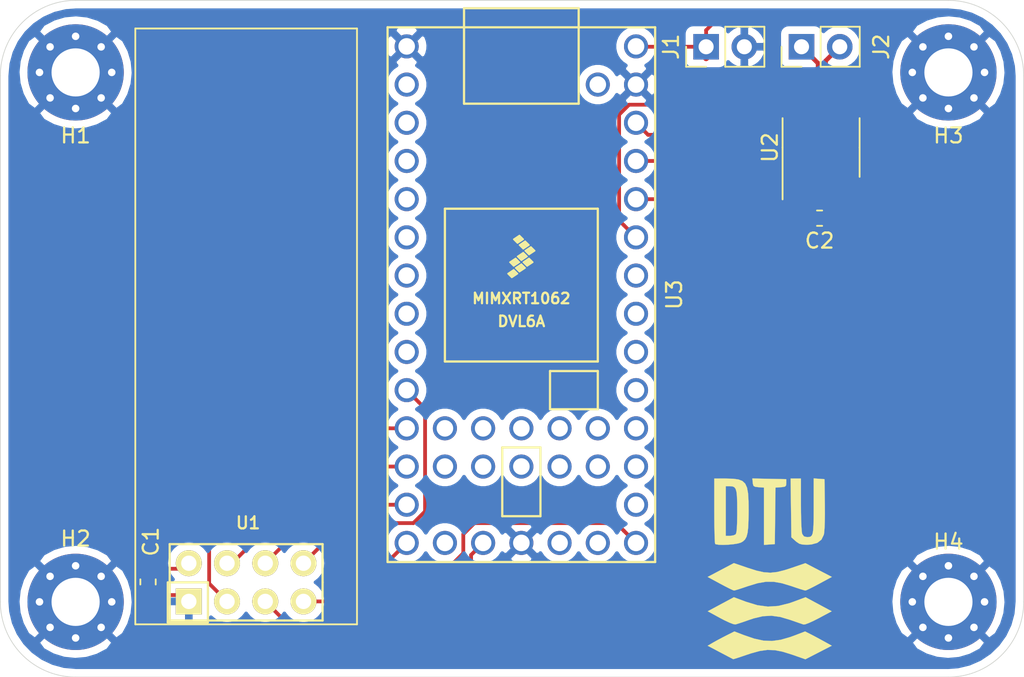
<source format=kicad_pcb>
(kicad_pcb (version 20171130) (host pcbnew 5.1.4+dfsg1-1)

  (general
    (thickness 1.6)
    (drawings 8)
    (tracks 73)
    (zones 0)
    (modules 12)
    (nets 44)
  )

  (page A4)
  (layers
    (0 F.Cu signal)
    (31 B.Cu signal)
    (32 B.Adhes user)
    (33 F.Adhes user)
    (34 B.Paste user)
    (35 F.Paste user)
    (36 B.SilkS user)
    (37 F.SilkS user)
    (38 B.Mask user)
    (39 F.Mask user)
    (40 Dwgs.User user)
    (41 Cmts.User user)
    (42 Eco1.User user)
    (43 Eco2.User user)
    (44 Edge.Cuts user)
    (45 Margin user)
    (46 B.CrtYd user)
    (47 F.CrtYd user)
    (48 B.Fab user)
    (49 F.Fab user hide)
  )

  (setup
    (last_trace_width 0.25)
    (trace_clearance 0.2)
    (zone_clearance 0.508)
    (zone_45_only no)
    (trace_min 0.2)
    (via_size 0.8)
    (via_drill 0.4)
    (via_min_size 0.4)
    (via_min_drill 0.3)
    (uvia_size 0.3)
    (uvia_drill 0.1)
    (uvias_allowed no)
    (uvia_min_size 0.2)
    (uvia_min_drill 0.1)
    (edge_width 0.05)
    (segment_width 0.2)
    (pcb_text_width 0.3)
    (pcb_text_size 1.5 1.5)
    (mod_edge_width 0.12)
    (mod_text_size 1 1)
    (mod_text_width 0.15)
    (pad_size 1.524 1.524)
    (pad_drill 0.762)
    (pad_to_mask_clearance 0.051)
    (solder_mask_min_width 0.25)
    (aux_axis_origin 0 0)
    (visible_elements FFFFFF7F)
    (pcbplotparams
      (layerselection 0x010fc_ffffffff)
      (usegerberextensions false)
      (usegerberattributes false)
      (usegerberadvancedattributes false)
      (creategerberjobfile false)
      (excludeedgelayer true)
      (linewidth 0.100000)
      (plotframeref false)
      (viasonmask false)
      (mode 1)
      (useauxorigin false)
      (hpglpennumber 1)
      (hpglpenspeed 20)
      (hpglpendiameter 15.000000)
      (psnegative false)
      (psa4output false)
      (plotreference true)
      (plotvalue true)
      (plotinvisibletext false)
      (padsonsilk false)
      (subtractmaskfromsilk false)
      (outputformat 1)
      (mirror false)
      (drillshape 1)
      (scaleselection 1)
      (outputdirectory ""))
  )

  (net 0 "")
  (net 1 +3V3)
  (net 2 GND)
  (net 3 VCC)
  (net 4 CAN-)
  (net 5 CAN+)
  (net 6 CHIP_ENABLE)
  (net 7 CSN)
  (net 8 SCK)
  (net 9 MOSI)
  (net 10 MISO)
  (net 11 INTERRUPT)
  (net 12 CAN_TX)
  (net 13 CAN_RX)
  (net 14 Silent_Mode)
  (net 15 "Net-(U3-Pad18)")
  (net 16 "Net-(U3-Pad19)")
  (net 17 "Net-(U3-Pad15)")
  (net 18 "Net-(U3-Pad21)")
  (net 19 "Net-(U3-Pad22)")
  (net 20 "Net-(U3-Pad23)")
  (net 21 "Net-(U3-Pad24)")
  (net 22 "Net-(U3-Pad25)")
  (net 23 "Net-(U3-Pad26)")
  (net 24 "Net-(U3-Pad27)")
  (net 25 "Net-(U3-Pad34)")
  (net 26 "Net-(U3-Pad9)")
  (net 27 "Net-(U3-Pad8)")
  (net 28 "Net-(U3-Pad7)")
  (net 29 "Net-(U3-Pad6)")
  (net 30 "Net-(U3-Pad5)")
  (net 31 "Net-(U3-Pad4)")
  (net 32 "Net-(U3-Pad3)")
  (net 33 "Net-(U3-Pad2)")
  (net 34 "Net-(U3-Pad35)")
  (net 35 "Net-(U3-Pad36)")
  (net 36 "Net-(U3-Pad37)")
  (net 37 "Net-(U3-Pad38)")
  (net 38 "Net-(U3-Pad39)")
  (net 39 "Net-(U3-Pad40)")
  (net 40 "Net-(U3-Pad41)")
  (net 41 "Net-(U3-Pad42)")
  (net 42 "Net-(U3-Pad43)")
  (net 43 "Net-(U3-Pad44)")

  (net_class Default "This is the default net class."
    (clearance 0.2)
    (trace_width 0.25)
    (via_dia 0.8)
    (via_drill 0.4)
    (uvia_dia 0.3)
    (uvia_drill 0.1)
    (add_net +3V3)
    (add_net CAN+)
    (add_net CAN-)
    (add_net CAN_RX)
    (add_net CAN_TX)
    (add_net CHIP_ENABLE)
    (add_net CSN)
    (add_net GND)
    (add_net INTERRUPT)
    (add_net MISO)
    (add_net MOSI)
    (add_net "Net-(U3-Pad15)")
    (add_net "Net-(U3-Pad18)")
    (add_net "Net-(U3-Pad19)")
    (add_net "Net-(U3-Pad2)")
    (add_net "Net-(U3-Pad21)")
    (add_net "Net-(U3-Pad22)")
    (add_net "Net-(U3-Pad23)")
    (add_net "Net-(U3-Pad24)")
    (add_net "Net-(U3-Pad25)")
    (add_net "Net-(U3-Pad26)")
    (add_net "Net-(U3-Pad27)")
    (add_net "Net-(U3-Pad3)")
    (add_net "Net-(U3-Pad34)")
    (add_net "Net-(U3-Pad35)")
    (add_net "Net-(U3-Pad36)")
    (add_net "Net-(U3-Pad37)")
    (add_net "Net-(U3-Pad38)")
    (add_net "Net-(U3-Pad39)")
    (add_net "Net-(U3-Pad4)")
    (add_net "Net-(U3-Pad40)")
    (add_net "Net-(U3-Pad41)")
    (add_net "Net-(U3-Pad42)")
    (add_net "Net-(U3-Pad43)")
    (add_net "Net-(U3-Pad44)")
    (add_net "Net-(U3-Pad5)")
    (add_net "Net-(U3-Pad6)")
    (add_net "Net-(U3-Pad7)")
    (add_net "Net-(U3-Pad8)")
    (add_net "Net-(U3-Pad9)")
    (add_net SCK)
    (add_net Silent_Mode)
    (add_net VCC)
  )

  (module KiCad_Local_Files:DTU_Logo (layer F.Cu) (tedit 0) (tstamp 5EDFC52C)
    (at 148.082 130.81)
    (fp_text reference G*** (at 0 0) (layer F.SilkS) hide
      (effects (font (size 1.524 1.524) (thickness 0.3)))
    )
    (fp_text value LOGO (at 0.75 0) (layer F.SilkS) hide
      (effects (font (size 1.524 1.524) (thickness 0.3)))
    )
    (fp_poly (pts (xy 3.323166 -5.995035) (xy 3.683 -5.969) (xy 3.705974 -4.291428) (xy 3.709299 -3.673087)
      (xy 3.702027 -3.134178) (xy 3.68499 -2.699367) (xy 3.659016 -2.393323) (xy 3.638171 -2.276733)
      (xy 3.479796 -1.949788) (xy 3.205916 -1.734442) (xy 2.807805 -1.625485) (xy 2.520169 -1.608983)
      (xy 2.215695 -1.622164) (xy 2.007549 -1.677713) (xy 1.823804 -1.798907) (xy 1.758169 -1.855572)
      (xy 1.481666 -2.102478) (xy 1.456075 -4.056906) (xy 1.430484 -6.011333) (xy 2.116666 -6.011333)
      (xy 2.116666 -4.281179) (xy 2.120614 -3.74326) (xy 2.131627 -3.251629) (xy 2.148456 -2.835727)
      (xy 2.169851 -2.524999) (xy 2.194566 -2.348888) (xy 2.199237 -2.333845) (xy 2.316818 -2.163945)
      (xy 2.520971 -2.116667) (xy 2.659082 -2.122601) (xy 2.764991 -2.153619) (xy 2.842967 -2.229542)
      (xy 2.897279 -2.37019) (xy 2.932197 -2.595384) (xy 2.951989 -2.924946) (xy 2.960925 -3.378697)
      (xy 2.963274 -3.976457) (xy 2.963333 -4.170468) (xy 2.963333 -6.021069) (xy 3.323166 -5.995035)) (layer F.SilkS) (width 0.01))
    (fp_poly (pts (xy 0.015616 -5.992663) (xy 1.143 -5.969) (xy 1.143 -5.715) (xy 1.129086 -5.554104)
      (xy 1.055904 -5.475509) (xy 0.876289 -5.442356) (xy 0.784773 -5.435044) (xy 0.426547 -5.409088)
      (xy 0.403773 -3.530044) (xy 0.381 -1.651) (xy 0.021166 -1.624965) (xy -0.338667 -1.598931)
      (xy -0.338667 -5.408931) (xy -0.6985 -5.434965) (xy -0.926 -5.461876) (xy -1.03518 -5.525369)
      (xy -1.077017 -5.665495) (xy -1.085051 -5.738663) (xy -1.111768 -6.016325) (xy 0.015616 -5.992663)) (layer F.SilkS) (width 0.01))
    (fp_poly (pts (xy -2.8575 -6.010085) (xy -2.396192 -5.998108) (xy -2.039679 -5.951106) (xy -1.774716 -5.849998)
      (xy -1.588056 -5.675704) (xy -1.466455 -5.409143) (xy -1.396665 -5.031234) (xy -1.36544 -4.522896)
      (xy -1.359536 -3.865048) (xy -1.359578 -3.852333) (xy -1.367201 -3.229775) (xy -1.388994 -2.752937)
      (xy -1.430572 -2.39842) (xy -1.497554 -2.142827) (xy -1.595557 -1.96276) (xy -1.7302 -1.834822)
      (xy -1.862667 -1.756965) (xy -2.063643 -1.694292) (xy -2.359468 -1.645491) (xy -2.702421 -1.613109)
      (xy -3.044783 -1.599692) (xy -3.338831 -1.607786) (xy -3.536845 -1.639938) (xy -3.584223 -1.665111)
      (xy -3.599597 -1.761862) (xy -3.613378 -2.004627) (xy -3.624966 -2.370087) (xy -3.633765 -2.834927)
      (xy -3.639177 -3.375828) (xy -3.640667 -3.866445) (xy -3.640667 -5.503333) (xy -2.878667 -5.503333)
      (xy -2.878667 -2.201333) (xy -2.599267 -2.201333) (xy -2.374913 -2.230433) (xy -2.220605 -2.300665)
      (xy -2.218267 -2.302933) (xy -2.175525 -2.415457) (xy -2.144907 -2.661953) (xy -2.125711 -3.052929)
      (xy -2.117233 -3.598889) (xy -2.116667 -3.820886) (xy -2.119923 -4.395407) (xy -2.13411 -4.822354)
      (xy -2.165861 -5.123432) (xy -2.221807 -5.320347) (xy -2.30858 -5.434803) (xy -2.432811 -5.488507)
      (xy -2.601133 -5.503162) (xy -2.630715 -5.503333) (xy -2.878667 -5.503333) (xy -3.640667 -5.503333)
      (xy -3.640667 -6.011333) (xy -2.8575 -6.010085)) (layer F.SilkS) (width 0.01))
    (fp_poly (pts (xy -1.403032 -0.068009) (xy -0.823496 0.114938) (xy -0.3427 0.221202) (xy 0.091571 0.250824)
      (xy 0.531535 0.203842) (xy 1.029405 0.080297) (xy 1.481666 -0.065813) (xy 2.413 -0.384578)
      (xy 3.291631 0.072991) (xy 4.170263 0.530561) (xy 3.333964 0.98338) (xy 2.991268 1.165045)
      (xy 2.700526 1.311919) (xy 2.495364 1.407477) (xy 2.413 1.436014) (xy 2.302099 1.40958)
      (xy 2.068926 1.338292) (xy 1.750791 1.233929) (xy 1.481666 1.142005) (xy 0.850715 0.949975)
      (xy 0.303592 0.853801) (xy -0.215467 0.853484) (xy -0.762222 0.949025) (xy -1.392436 1.140422)
      (xy -1.397 1.142005) (xy -1.754085 1.263307) (xy -2.053911 1.36028) (xy -2.25917 1.421145)
      (xy -2.328334 1.436014) (xy -2.433008 1.39782) (xy -2.652143 1.294108) (xy -2.952081 1.141419)
      (xy -3.247798 0.984189) (xy -4.082594 0.532179) (xy -3.211496 0.071604) (xy -2.340396 -0.388971)
      (xy -1.403032 -0.068009)) (layer F.SilkS) (width 0.01))
    (fp_poly (pts (xy 3.293393 2.348114) (xy 4.16231 2.815081) (xy 3.299015 3.277517) (xy 2.944978 3.457518)
      (xy 2.635692 3.596998) (xy 2.406449 3.681168) (xy 2.29736 3.697297) (xy 2.159875 3.651537)
      (xy 1.906228 3.564291) (xy 1.579884 3.450572) (xy 1.397 3.386351) (xy 0.7411 3.192784)
      (xy 0.155979 3.111913) (xy -0.413964 3.143729) (xy -1.02433 3.288226) (xy -1.315845 3.386)
      (xy -1.665995 3.508781) (xy -1.970846 3.610514) (xy -2.184928 3.676255) (xy -2.243667 3.690948)
      (xy -2.386744 3.665046) (xy -2.640185 3.567775) (xy -2.968634 3.41402) (xy -3.245199 3.269348)
      (xy -4.077396 2.814948) (xy -3.208604 2.348048) (xy -2.339811 1.881148) (xy -1.529739 2.183378)
      (xy -0.779091 2.411693) (xy -0.083454 2.50444) (xy 0.603629 2.46162) (xy 1.328614 2.283233)
      (xy 1.614405 2.183378) (xy 2.424477 1.881148) (xy 3.293393 2.348114)) (layer F.SilkS) (width 0.01))
    (fp_poly (pts (xy 2.740695 4.331636) (xy 3.00043 4.466411) (xy 3.331541 4.643588) (xy 3.628837 4.806331)
      (xy 4.167341 5.105017) (xy 3.29017 5.5565) (xy 2.413 6.007983) (xy 1.524 5.697894)
      (xy 0.907745 5.505434) (xy 0.379727 5.401135) (xy -0.113301 5.385026) (xy -0.624581 5.457134)
      (xy -1.207359 5.617486) (xy -1.452498 5.69944) (xy -1.814299 5.822728) (xy -2.112329 5.920897)
      (xy -2.313374 5.983231) (xy -2.383831 5.999887) (xy -2.465883 5.958143) (xy -2.666192 5.853644)
      (xy -2.953345 5.702838) (xy -3.247688 5.54765) (xy -4.082374 5.106858) (xy -3.713354 4.892184)
      (xy -3.433027 4.735648) (xy -3.086797 4.55117) (xy -2.82486 4.416763) (xy -2.305387 4.156015)
      (xy -1.672291 4.399798) (xy -0.983161 4.635119) (xy -0.378609 4.76545) (xy 0.189595 4.790851)
      (xy 0.769683 4.711382) (xy 1.409886 4.527102) (xy 1.745986 4.404023) (xy 2.391058 4.155628)
      (xy 2.740695 4.331636)) (layer F.SilkS) (width 0.01))
  )

  (module MountingHole:MountingHole_3.2mm_M3_Pad_Via (layer F.Cu) (tedit 56DDBCCA) (tstamp 5EDFC909)
    (at 160 133 180)
    (descr "Mounting Hole 3.2mm, M3")
    (tags "mounting hole 3.2mm m3")
    (path /5EDF8832)
    (attr virtual)
    (fp_text reference H4 (at 0 4) (layer F.SilkS)
      (effects (font (size 1 1) (thickness 0.15)))
    )
    (fp_text value MountingHole_Pad (at 0 4.2) (layer F.Fab)
      (effects (font (size 1 1) (thickness 0.15)))
    )
    (fp_circle (center 0 0) (end 3.45 0) (layer F.CrtYd) (width 0.05))
    (fp_circle (center 0 0) (end 3.2 0) (layer Cmts.User) (width 0.15))
    (fp_text user %R (at 0.3 0) (layer F.Fab)
      (effects (font (size 1 1) (thickness 0.15)))
    )
    (pad 1 thru_hole circle (at 1.697056 -1.697056 180) (size 0.8 0.8) (drill 0.5) (layers *.Cu *.Mask)
      (net 2 GND))
    (pad 1 thru_hole circle (at 0 -2.4 180) (size 0.8 0.8) (drill 0.5) (layers *.Cu *.Mask)
      (net 2 GND))
    (pad 1 thru_hole circle (at -1.697056 -1.697056 180) (size 0.8 0.8) (drill 0.5) (layers *.Cu *.Mask)
      (net 2 GND))
    (pad 1 thru_hole circle (at -2.4 0 180) (size 0.8 0.8) (drill 0.5) (layers *.Cu *.Mask)
      (net 2 GND))
    (pad 1 thru_hole circle (at -1.697056 1.697056 180) (size 0.8 0.8) (drill 0.5) (layers *.Cu *.Mask)
      (net 2 GND))
    (pad 1 thru_hole circle (at 0 2.4 180) (size 0.8 0.8) (drill 0.5) (layers *.Cu *.Mask)
      (net 2 GND))
    (pad 1 thru_hole circle (at 1.697056 1.697056 180) (size 0.8 0.8) (drill 0.5) (layers *.Cu *.Mask)
      (net 2 GND))
    (pad 1 thru_hole circle (at 2.4 0 180) (size 0.8 0.8) (drill 0.5) (layers *.Cu *.Mask)
      (net 2 GND))
    (pad 1 thru_hole circle (at 0 0 180) (size 6.4 6.4) (drill 3.2) (layers *.Cu *.Mask)
      (net 2 GND))
  )

  (module MountingHole:MountingHole_3.2mm_M3_Pad_Via (layer F.Cu) (tedit 56DDBCCA) (tstamp 5EDFC8F9)
    (at 160 97.79 180)
    (descr "Mounting Hole 3.2mm, M3")
    (tags "mounting hole 3.2mm m3")
    (path /5EDF833E)
    (attr virtual)
    (fp_text reference H3 (at 0 -4.2) (layer F.SilkS)
      (effects (font (size 1 1) (thickness 0.15)))
    )
    (fp_text value MountingHole_Pad (at 0 4.2) (layer F.Fab)
      (effects (font (size 1 1) (thickness 0.15)))
    )
    (fp_circle (center 0 0) (end 3.45 0) (layer F.CrtYd) (width 0.05))
    (fp_circle (center 0 0) (end 3.2 0) (layer Cmts.User) (width 0.15))
    (fp_text user %R (at 0.3 0) (layer F.Fab)
      (effects (font (size 1 1) (thickness 0.15)))
    )
    (pad 1 thru_hole circle (at 1.697056 -1.697056 180) (size 0.8 0.8) (drill 0.5) (layers *.Cu *.Mask)
      (net 2 GND))
    (pad 1 thru_hole circle (at 0 -2.4 180) (size 0.8 0.8) (drill 0.5) (layers *.Cu *.Mask)
      (net 2 GND))
    (pad 1 thru_hole circle (at -1.697056 -1.697056 180) (size 0.8 0.8) (drill 0.5) (layers *.Cu *.Mask)
      (net 2 GND))
    (pad 1 thru_hole circle (at -2.4 0 180) (size 0.8 0.8) (drill 0.5) (layers *.Cu *.Mask)
      (net 2 GND))
    (pad 1 thru_hole circle (at -1.697056 1.697056 180) (size 0.8 0.8) (drill 0.5) (layers *.Cu *.Mask)
      (net 2 GND))
    (pad 1 thru_hole circle (at 0 2.4 180) (size 0.8 0.8) (drill 0.5) (layers *.Cu *.Mask)
      (net 2 GND))
    (pad 1 thru_hole circle (at 1.697056 1.697056 180) (size 0.8 0.8) (drill 0.5) (layers *.Cu *.Mask)
      (net 2 GND))
    (pad 1 thru_hole circle (at 2.4 0 180) (size 0.8 0.8) (drill 0.5) (layers *.Cu *.Mask)
      (net 2 GND))
    (pad 1 thru_hole circle (at 0 0 180) (size 6.4 6.4) (drill 3.2) (layers *.Cu *.Mask)
      (net 2 GND))
  )

  (module MountingHole:MountingHole_3.2mm_M3_Pad_Via (layer F.Cu) (tedit 56DDBCCA) (tstamp 5EDFC8E9)
    (at 102 133)
    (descr "Mounting Hole 3.2mm, M3")
    (tags "mounting hole 3.2mm m3")
    (path /5EDF8615)
    (attr virtual)
    (fp_text reference H2 (at 0 -4.2) (layer F.SilkS)
      (effects (font (size 1 1) (thickness 0.15)))
    )
    (fp_text value MountingHole_Pad (at 0 4.2) (layer F.Fab)
      (effects (font (size 1 1) (thickness 0.15)))
    )
    (fp_circle (center 0 0) (end 3.45 0) (layer F.CrtYd) (width 0.05))
    (fp_circle (center 0 0) (end 3.2 0) (layer Cmts.User) (width 0.15))
    (fp_text user %R (at 0.3 0) (layer F.Fab)
      (effects (font (size 1 1) (thickness 0.15)))
    )
    (pad 1 thru_hole circle (at 1.697056 -1.697056) (size 0.8 0.8) (drill 0.5) (layers *.Cu *.Mask)
      (net 2 GND))
    (pad 1 thru_hole circle (at 0 -2.4) (size 0.8 0.8) (drill 0.5) (layers *.Cu *.Mask)
      (net 2 GND))
    (pad 1 thru_hole circle (at -1.697056 -1.697056) (size 0.8 0.8) (drill 0.5) (layers *.Cu *.Mask)
      (net 2 GND))
    (pad 1 thru_hole circle (at -2.4 0) (size 0.8 0.8) (drill 0.5) (layers *.Cu *.Mask)
      (net 2 GND))
    (pad 1 thru_hole circle (at -1.697056 1.697056) (size 0.8 0.8) (drill 0.5) (layers *.Cu *.Mask)
      (net 2 GND))
    (pad 1 thru_hole circle (at 0 2.4) (size 0.8 0.8) (drill 0.5) (layers *.Cu *.Mask)
      (net 2 GND))
    (pad 1 thru_hole circle (at 1.697056 1.697056) (size 0.8 0.8) (drill 0.5) (layers *.Cu *.Mask)
      (net 2 GND))
    (pad 1 thru_hole circle (at 2.4 0) (size 0.8 0.8) (drill 0.5) (layers *.Cu *.Mask)
      (net 2 GND))
    (pad 1 thru_hole circle (at 0 0) (size 6.4 6.4) (drill 3.2) (layers *.Cu *.Mask)
      (net 2 GND))
  )

  (module MountingHole:MountingHole_3.2mm_M3_Pad_Via (layer F.Cu) (tedit 56DDBCCA) (tstamp 5EDFC8D9)
    (at 102 97.79 180)
    (descr "Mounting Hole 3.2mm, M3")
    (tags "mounting hole 3.2mm m3")
    (path /5EDF7940)
    (attr virtual)
    (fp_text reference H1 (at 0 -4.2) (layer F.SilkS)
      (effects (font (size 1 1) (thickness 0.15)))
    )
    (fp_text value MountingHole_Pad (at 0 4.2) (layer F.Fab)
      (effects (font (size 1 1) (thickness 0.15)))
    )
    (fp_circle (center 0 0) (end 3.45 0) (layer F.CrtYd) (width 0.05))
    (fp_circle (center 0 0) (end 3.2 0) (layer Cmts.User) (width 0.15))
    (fp_text user %R (at 0.3 0) (layer F.Fab)
      (effects (font (size 1 1) (thickness 0.15)))
    )
    (pad 1 thru_hole circle (at 1.697056 -1.697056 180) (size 0.8 0.8) (drill 0.5) (layers *.Cu *.Mask)
      (net 2 GND))
    (pad 1 thru_hole circle (at 0 -2.4 180) (size 0.8 0.8) (drill 0.5) (layers *.Cu *.Mask)
      (net 2 GND))
    (pad 1 thru_hole circle (at -1.697056 -1.697056 180) (size 0.8 0.8) (drill 0.5) (layers *.Cu *.Mask)
      (net 2 GND))
    (pad 1 thru_hole circle (at -2.4 0 180) (size 0.8 0.8) (drill 0.5) (layers *.Cu *.Mask)
      (net 2 GND))
    (pad 1 thru_hole circle (at -1.697056 1.697056 180) (size 0.8 0.8) (drill 0.5) (layers *.Cu *.Mask)
      (net 2 GND))
    (pad 1 thru_hole circle (at 0 2.4 180) (size 0.8 0.8) (drill 0.5) (layers *.Cu *.Mask)
      (net 2 GND))
    (pad 1 thru_hole circle (at 1.697056 1.697056 180) (size 0.8 0.8) (drill 0.5) (layers *.Cu *.Mask)
      (net 2 GND))
    (pad 1 thru_hole circle (at 2.4 0 180) (size 0.8 0.8) (drill 0.5) (layers *.Cu *.Mask)
      (net 2 GND))
    (pad 1 thru_hole circle (at 0 0 180) (size 6.4 6.4) (drill 3.2) (layers *.Cu *.Mask)
      (net 2 GND))
  )

  (module mysensors_radios:NRF24L01PALNA_THT (layer F.Cu) (tedit 5EB6D6EA) (tstamp 5EDFBA89)
    (at 105.712 134.748 180)
    (descr NRF24L01)
    (tags "nRF 24 NRF24L01 NRF24L01+")
    (path /5EDF7078)
    (fp_text reference U1 (at -7.75 7 180) (layer F.SilkS)
      (effects (font (size 0.8 0.8) (thickness 0.15)))
    )
    (fp_text value NRF24L01_Breakout (at -3.75 16.25 270) (layer F.Fab)
      (effects (font (size 1 1) (thickness 0.15)))
    )
    (fp_line (start -12.7 5.588) (end -12.7 3.048) (layer F.SilkS) (width 0.15))
    (fp_line (start -2.54 5.588) (end -12.7 5.588) (layer F.SilkS) (width 0.15))
    (fp_line (start -2.54 0.508) (end -2.54 5.588) (layer F.SilkS) (width 0.15))
    (fp_line (start -10.16 0.508) (end -2.54 0.508) (layer F.SilkS) (width 0.15))
    (fp_line (start -13.18 6.078) (end -2.03 6.078) (layer F.CrtYd) (width 0.05))
    (fp_line (start -13.18 0.028) (end -2.03 0.028) (layer F.CrtYd) (width 0.05))
    (fp_line (start -2.03 0.028) (end -2.03 6.078) (layer F.CrtYd) (width 0.05))
    (fp_line (start -13.18 0.028) (end -13.18 6.078) (layer F.CrtYd) (width 0.05))
    (fp_line (start -5.08 3.048) (end -2.54 3.048) (layer F.SilkS) (width 0.15))
    (fp_line (start -5.08 0.508) (end -5.08 3.048) (layer F.SilkS) (width 0.15))
    (fp_line (start -12.7 0.508) (end -12.7 3.048) (layer F.SilkS) (width 0.15))
    (fp_line (start -10.16 0.508) (end -12.7 0.508) (layer F.SilkS) (width 0.15))
    (fp_line (start 0 40.23) (end 0 0) (layer B.CrtYd) (width 0.15))
    (fp_line (start -15.25 40.23) (end 0 40.23) (layer B.CrtYd) (width 0.15))
    (fp_line (start -15.25 0) (end -15.25 40.23) (layer B.CrtYd) (width 0.15))
    (fp_line (start 0 0) (end -15.25 0) (layer B.CrtYd) (width 0.15))
    (fp_line (start -2.413 0.381) (end -2.413 3.048) (layer F.SilkS) (width 0.15))
    (fp_line (start -5.08 0.381) (end -2.413 0.381) (layer F.SilkS) (width 0.15))
    (fp_line (start -15.25 0) (end -15.25 40.23) (layer F.CrtYd) (width 0.15))
    (fp_line (start 0 0) (end -15.25 0) (layer F.CrtYd) (width 0.15))
    (fp_line (start 0 40.23) (end 0 0) (layer F.CrtYd) (width 0.15))
    (fp_line (start -15.25 40.23) (end 0 40.23) (layer F.CrtYd) (width 0.15))
    (fp_text user %R (at -6.25 16.25 270) (layer F.Fab)
      (effects (font (size 1 1) (thickness 0.15)))
    )
    (fp_line (start -0.254 0.254) (end -14.986 0.254) (layer F.SilkS) (width 0.12))
    (fp_line (start -14.986 0.254) (end -14.986 39.878) (layer F.SilkS) (width 0.12))
    (fp_line (start -14.986 39.878) (end -0.254 39.878) (layer F.SilkS) (width 0.12))
    (fp_line (start -0.254 39.878) (end -0.254 0.254) (layer F.SilkS) (width 0.12))
    (pad 2 thru_hole oval (at -3.81 4.318 180) (size 1.7272 1.7272) (drill 1.016) (layers *.Cu *.Mask F.SilkS)
      (net 1 +3V3))
    (pad 1 thru_hole rect (at -3.81 1.778 180) (size 1.7272 1.7272) (drill 1.016) (layers *.Cu *.Mask F.SilkS)
      (net 2 GND))
    (pad 4 thru_hole oval (at -6.35 4.318 180) (size 1.7272 1.7272) (drill 1.016) (layers *.Cu *.Mask F.SilkS)
      (net 7 CSN))
    (pad 3 thru_hole oval (at -6.35 1.778 180) (size 1.7272 1.7272) (drill 1.016) (layers *.Cu *.Mask F.SilkS)
      (net 6 CHIP_ENABLE))
    (pad 6 thru_hole oval (at -8.89 4.318 180) (size 1.7272 1.7272) (drill 1.016) (layers *.Cu *.Mask F.SilkS)
      (net 9 MOSI))
    (pad 5 thru_hole oval (at -8.89 1.778 180) (size 1.7272 1.7272) (drill 1.016) (layers *.Cu *.Mask F.SilkS)
      (net 8 SCK))
    (pad 8 thru_hole oval (at -11.43 4.318 180) (size 1.7272 1.7272) (drill 1.016) (layers *.Cu *.Mask F.SilkS)
      (net 11 INTERRUPT))
    (pad 7 thru_hole oval (at -11.43 1.778 180) (size 1.7272 1.7272) (drill 1.016) (layers *.Cu *.Mask F.SilkS)
      (net 10 MISO))
    (model /home/bugi/KiCad_Local_Files/NRF24l01_with_antenna.STEP
      (offset (xyz -7.5 -20 3))
      (scale (xyz 1 1 1))
      (rotate (xyz -90 0 -180))
    )
  )

  (module Capacitor_SMD:C_0603_1608Metric_Pad1.05x0.95mm_HandSolder (layer F.Cu) (tedit 5B301BBE) (tstamp 5EDFBA22)
    (at 106.812 131.673 90)
    (descr "Capacitor SMD 0603 (1608 Metric), square (rectangular) end terminal, IPC_7351 nominal with elongated pad for handsoldering. (Body size source: http://www.tortai-tech.com/upload/download/2011102023233369053.pdf), generated with kicad-footprint-generator")
    (tags "capacitor handsolder")
    (path /5EE9EF2D)
    (attr smd)
    (fp_text reference C1 (at 2.673 0.188 90) (layer F.SilkS)
      (effects (font (size 1 1) (thickness 0.15)))
    )
    (fp_text value 0.1uF (at 0 1.43 90) (layer F.Fab)
      (effects (font (size 1 1) (thickness 0.15)))
    )
    (fp_text user %R (at 0 0 90) (layer F.Fab)
      (effects (font (size 0.4 0.4) (thickness 0.06)))
    )
    (fp_line (start 1.65 0.73) (end -1.65 0.73) (layer F.CrtYd) (width 0.05))
    (fp_line (start 1.65 -0.73) (end 1.65 0.73) (layer F.CrtYd) (width 0.05))
    (fp_line (start -1.65 -0.73) (end 1.65 -0.73) (layer F.CrtYd) (width 0.05))
    (fp_line (start -1.65 0.73) (end -1.65 -0.73) (layer F.CrtYd) (width 0.05))
    (fp_line (start -0.171267 0.51) (end 0.171267 0.51) (layer F.SilkS) (width 0.12))
    (fp_line (start -0.171267 -0.51) (end 0.171267 -0.51) (layer F.SilkS) (width 0.12))
    (fp_line (start 0.8 0.4) (end -0.8 0.4) (layer F.Fab) (width 0.1))
    (fp_line (start 0.8 -0.4) (end 0.8 0.4) (layer F.Fab) (width 0.1))
    (fp_line (start -0.8 -0.4) (end 0.8 -0.4) (layer F.Fab) (width 0.1))
    (fp_line (start -0.8 0.4) (end -0.8 -0.4) (layer F.Fab) (width 0.1))
    (pad 2 smd roundrect (at 0.875 0 90) (size 1.05 0.95) (layers F.Cu F.Paste F.Mask) (roundrect_rratio 0.25)
      (net 1 +3V3))
    (pad 1 smd roundrect (at -0.875 0 90) (size 1.05 0.95) (layers F.Cu F.Paste F.Mask) (roundrect_rratio 0.25)
      (net 2 GND))
    (model ${KISYS3DMOD}/Capacitor_SMD.3dshapes/C_0603_1608Metric.wrl
      (at (xyz 0 0 0))
      (scale (xyz 1 1 1))
      (rotate (xyz 0 0 0))
    )
  )

  (module Capacitor_SMD:C_0603_1608Metric_Pad1.05x0.95mm_HandSolder (layer F.Cu) (tedit 5B301BBE) (tstamp 5EDFBA33)
    (at 151.438 107.484001)
    (descr "Capacitor SMD 0603 (1608 Metric), square (rectangular) end terminal, IPC_7351 nominal with elongated pad for handsoldering. (Body size source: http://www.tortai-tech.com/upload/download/2011102023233369053.pdf), generated with kicad-footprint-generator")
    (tags "capacitor handsolder")
    (path /5EE8D46C)
    (attr smd)
    (fp_text reference C2 (at 0 1.5) (layer F.SilkS)
      (effects (font (size 1 1) (thickness 0.15)))
    )
    (fp_text value 0.1uF (at 0 1.43) (layer F.Fab)
      (effects (font (size 1 1) (thickness 0.15)))
    )
    (fp_line (start -0.8 0.4) (end -0.8 -0.4) (layer F.Fab) (width 0.1))
    (fp_line (start -0.8 -0.4) (end 0.8 -0.4) (layer F.Fab) (width 0.1))
    (fp_line (start 0.8 -0.4) (end 0.8 0.4) (layer F.Fab) (width 0.1))
    (fp_line (start 0.8 0.4) (end -0.8 0.4) (layer F.Fab) (width 0.1))
    (fp_line (start -0.171267 -0.51) (end 0.171267 -0.51) (layer F.SilkS) (width 0.12))
    (fp_line (start -0.171267 0.51) (end 0.171267 0.51) (layer F.SilkS) (width 0.12))
    (fp_line (start -1.65 0.73) (end -1.65 -0.73) (layer F.CrtYd) (width 0.05))
    (fp_line (start -1.65 -0.73) (end 1.65 -0.73) (layer F.CrtYd) (width 0.05))
    (fp_line (start 1.65 -0.73) (end 1.65 0.73) (layer F.CrtYd) (width 0.05))
    (fp_line (start 1.65 0.73) (end -1.65 0.73) (layer F.CrtYd) (width 0.05))
    (fp_text user %R (at 0 0) (layer F.Fab)
      (effects (font (size 0.4 0.4) (thickness 0.06)))
    )
    (pad 1 smd roundrect (at -0.875 0) (size 1.05 0.95) (layers F.Cu F.Paste F.Mask) (roundrect_rratio 0.25)
      (net 2 GND))
    (pad 2 smd roundrect (at 0.875 0) (size 1.05 0.95) (layers F.Cu F.Paste F.Mask) (roundrect_rratio 0.25)
      (net 3 VCC))
    (model ${KISYS3DMOD}/Capacitor_SMD.3dshapes/C_0603_1608Metric.wrl
      (at (xyz 0 0 0))
      (scale (xyz 1 1 1))
      (rotate (xyz 0 0 0))
    )
  )

  (module Connector_PinHeader_2.54mm:PinHeader_1x02_P2.54mm_Vertical (layer F.Cu) (tedit 59FED5CC) (tstamp 5EDFBA49)
    (at 143.898 96.084 90)
    (descr "Through hole straight pin header, 1x02, 2.54mm pitch, single row")
    (tags "Through hole pin header THT 1x02 2.54mm single row")
    (path /5EEB99FC)
    (fp_text reference J1 (at 0 -2.33 90) (layer F.SilkS)
      (effects (font (size 1 1) (thickness 0.15)))
    )
    (fp_text value Conn_01x02 (at 0 4.87 90) (layer F.Fab)
      (effects (font (size 1 1) (thickness 0.15)))
    )
    (fp_line (start -0.635 -1.27) (end 1.27 -1.27) (layer F.Fab) (width 0.1))
    (fp_line (start 1.27 -1.27) (end 1.27 3.81) (layer F.Fab) (width 0.1))
    (fp_line (start 1.27 3.81) (end -1.27 3.81) (layer F.Fab) (width 0.1))
    (fp_line (start -1.27 3.81) (end -1.27 -0.635) (layer F.Fab) (width 0.1))
    (fp_line (start -1.27 -0.635) (end -0.635 -1.27) (layer F.Fab) (width 0.1))
    (fp_line (start -1.33 3.87) (end 1.33 3.87) (layer F.SilkS) (width 0.12))
    (fp_line (start -1.33 1.27) (end -1.33 3.87) (layer F.SilkS) (width 0.12))
    (fp_line (start 1.33 1.27) (end 1.33 3.87) (layer F.SilkS) (width 0.12))
    (fp_line (start -1.33 1.27) (end 1.33 1.27) (layer F.SilkS) (width 0.12))
    (fp_line (start -1.33 0) (end -1.33 -1.33) (layer F.SilkS) (width 0.12))
    (fp_line (start -1.33 -1.33) (end 0 -1.33) (layer F.SilkS) (width 0.12))
    (fp_line (start -1.8 -1.8) (end -1.8 4.35) (layer F.CrtYd) (width 0.05))
    (fp_line (start -1.8 4.35) (end 1.8 4.35) (layer F.CrtYd) (width 0.05))
    (fp_line (start 1.8 4.35) (end 1.8 -1.8) (layer F.CrtYd) (width 0.05))
    (fp_line (start 1.8 -1.8) (end -1.8 -1.8) (layer F.CrtYd) (width 0.05))
    (fp_text user %R (at 0 1.27) (layer F.Fab)
      (effects (font (size 1 1) (thickness 0.15)))
    )
    (pad 1 thru_hole rect (at 0 0 90) (size 1.7 1.7) (drill 1) (layers *.Cu *.Mask)
      (net 3 VCC))
    (pad 2 thru_hole oval (at 0 2.54 90) (size 1.7 1.7) (drill 1) (layers *.Cu *.Mask)
      (net 2 GND))
    (model ${KISYS3DMOD}/Connector_PinHeader_2.54mm.3dshapes/PinHeader_1x02_P2.54mm_Vertical.wrl
      (at (xyz 0 0 0))
      (scale (xyz 1 1 1))
      (rotate (xyz 0 0 0))
    )
  )

  (module Connector_PinHeader_2.54mm:PinHeader_1x02_P2.54mm_Vertical (layer F.Cu) (tedit 59FED5CC) (tstamp 5EDFBA5F)
    (at 150.238 96.084 90)
    (descr "Through hole straight pin header, 1x02, 2.54mm pitch, single row")
    (tags "Through hole pin header THT 1x02 2.54mm single row")
    (path /5EEBB148)
    (fp_text reference J2 (at 0 5.3 270) (layer F.SilkS)
      (effects (font (size 1 1) (thickness 0.15)))
    )
    (fp_text value Conn_01x02 (at 0 4.87 90) (layer F.Fab)
      (effects (font (size 1 1) (thickness 0.15)))
    )
    (fp_text user %R (at 0 1.27) (layer F.Fab)
      (effects (font (size 1 1) (thickness 0.15)))
    )
    (fp_line (start 1.8 -1.8) (end -1.8 -1.8) (layer F.CrtYd) (width 0.05))
    (fp_line (start 1.8 4.35) (end 1.8 -1.8) (layer F.CrtYd) (width 0.05))
    (fp_line (start -1.8 4.35) (end 1.8 4.35) (layer F.CrtYd) (width 0.05))
    (fp_line (start -1.8 -1.8) (end -1.8 4.35) (layer F.CrtYd) (width 0.05))
    (fp_line (start -1.33 -1.33) (end 0 -1.33) (layer F.SilkS) (width 0.12))
    (fp_line (start -1.33 0) (end -1.33 -1.33) (layer F.SilkS) (width 0.12))
    (fp_line (start -1.33 1.27) (end 1.33 1.27) (layer F.SilkS) (width 0.12))
    (fp_line (start 1.33 1.27) (end 1.33 3.87) (layer F.SilkS) (width 0.12))
    (fp_line (start -1.33 1.27) (end -1.33 3.87) (layer F.SilkS) (width 0.12))
    (fp_line (start -1.33 3.87) (end 1.33 3.87) (layer F.SilkS) (width 0.12))
    (fp_line (start -1.27 -0.635) (end -0.635 -1.27) (layer F.Fab) (width 0.1))
    (fp_line (start -1.27 3.81) (end -1.27 -0.635) (layer F.Fab) (width 0.1))
    (fp_line (start 1.27 3.81) (end -1.27 3.81) (layer F.Fab) (width 0.1))
    (fp_line (start 1.27 -1.27) (end 1.27 3.81) (layer F.Fab) (width 0.1))
    (fp_line (start -0.635 -1.27) (end 1.27 -1.27) (layer F.Fab) (width 0.1))
    (pad 2 thru_hole oval (at 0 2.54 90) (size 1.7 1.7) (drill 1) (layers *.Cu *.Mask)
      (net 4 CAN-))
    (pad 1 thru_hole rect (at 0 0 90) (size 1.7 1.7) (drill 1) (layers *.Cu *.Mask)
      (net 5 CAN+))
    (model ${KISYS3DMOD}/Connector_PinHeader_2.54mm.3dshapes/PinHeader_1x02_P2.54mm_Vertical.wrl
      (at (xyz 0 0 0))
      (scale (xyz 1 1 1))
      (rotate (xyz 0 0 0))
    )
  )

  (module Package_SO:SOIC-8_3.9x4.9mm_P1.27mm (layer F.Cu) (tedit 5C97300E) (tstamp 5EDFBAA3)
    (at 151.538001 102.784 90)
    (descr "SOIC, 8 Pin (JEDEC MS-012AA, https://www.analog.com/media/en/package-pcb-resources/package/pkg_pdf/soic_narrow-r/r_8.pdf), generated with kicad-footprint-generator ipc_gullwing_generator.py")
    (tags "SOIC SO")
    (path /5EE58F9C)
    (attr smd)
    (fp_text reference U2 (at 0 -3.4 90) (layer F.SilkS)
      (effects (font (size 1 1) (thickness 0.15)))
    )
    (fp_text value MCP2558FD-xSN (at 0 3.4 90) (layer F.Fab)
      (effects (font (size 1 1) (thickness 0.15)))
    )
    (fp_line (start 0 2.56) (end 1.95 2.56) (layer F.SilkS) (width 0.12))
    (fp_line (start 0 2.56) (end -1.95 2.56) (layer F.SilkS) (width 0.12))
    (fp_line (start 0 -2.56) (end 1.95 -2.56) (layer F.SilkS) (width 0.12))
    (fp_line (start 0 -2.56) (end -3.45 -2.56) (layer F.SilkS) (width 0.12))
    (fp_line (start -0.975 -2.45) (end 1.95 -2.45) (layer F.Fab) (width 0.1))
    (fp_line (start 1.95 -2.45) (end 1.95 2.45) (layer F.Fab) (width 0.1))
    (fp_line (start 1.95 2.45) (end -1.95 2.45) (layer F.Fab) (width 0.1))
    (fp_line (start -1.95 2.45) (end -1.95 -1.475) (layer F.Fab) (width 0.1))
    (fp_line (start -1.95 -1.475) (end -0.975 -2.45) (layer F.Fab) (width 0.1))
    (fp_line (start -3.7 -2.7) (end -3.7 2.7) (layer F.CrtYd) (width 0.05))
    (fp_line (start -3.7 2.7) (end 3.7 2.7) (layer F.CrtYd) (width 0.05))
    (fp_line (start 3.7 2.7) (end 3.7 -2.7) (layer F.CrtYd) (width 0.05))
    (fp_line (start 3.7 -2.7) (end -3.7 -2.7) (layer F.CrtYd) (width 0.05))
    (fp_text user %R (at 0 0 90) (layer F.Fab)
      (effects (font (size 0.98 0.98) (thickness 0.15)))
    )
    (pad 1 smd roundrect (at -2.475 -1.905 90) (size 1.95 0.6) (layers F.Cu F.Paste F.Mask) (roundrect_rratio 0.25)
      (net 12 CAN_TX))
    (pad 2 smd roundrect (at -2.475 -0.635 90) (size 1.95 0.6) (layers F.Cu F.Paste F.Mask) (roundrect_rratio 0.25)
      (net 2 GND))
    (pad 3 smd roundrect (at -2.475 0.635 90) (size 1.95 0.6) (layers F.Cu F.Paste F.Mask) (roundrect_rratio 0.25)
      (net 3 VCC))
    (pad 4 smd roundrect (at -2.475 1.905 90) (size 1.95 0.6) (layers F.Cu F.Paste F.Mask) (roundrect_rratio 0.25)
      (net 13 CAN_RX))
    (pad 5 smd roundrect (at 2.475 1.905 90) (size 1.95 0.6) (layers F.Cu F.Paste F.Mask) (roundrect_rratio 0.25)
      (net 1 +3V3))
    (pad 6 smd roundrect (at 2.475 0.635 90) (size 1.95 0.6) (layers F.Cu F.Paste F.Mask) (roundrect_rratio 0.25)
      (net 4 CAN-))
    (pad 7 smd roundrect (at 2.475 -0.635 90) (size 1.95 0.6) (layers F.Cu F.Paste F.Mask) (roundrect_rratio 0.25)
      (net 5 CAN+))
    (pad 8 smd roundrect (at 2.475 -1.905 90) (size 1.95 0.6) (layers F.Cu F.Paste F.Mask) (roundrect_rratio 0.25)
      (net 14 Silent_Mode))
    (model ${KISYS3DMOD}/Package_SO.3dshapes/SOIC-8_3.9x4.9mm_P1.27mm.wrl
      (at (xyz 0 0 0))
      (scale (xyz 1 1 1))
      (rotate (xyz 0 0 0))
    )
  )

  (module teensy:Teensy40 (layer F.Cu) (tedit 5E188217) (tstamp 5EDFBAF3)
    (at 131.62 112.57 270)
    (path /5EDF59E1)
    (fp_text reference U3 (at 0 -10.16 90) (layer F.SilkS)
      (effects (font (size 1 1) (thickness 0.15)))
    )
    (fp_text value Teensy4.0 (at 0 10.16 90) (layer F.Fab)
      (effects (font (size 1 1) (thickness 0.15)))
    )
    (fp_line (start -17.78 3.81) (end -19.05 3.81) (layer F.SilkS) (width 0.15))
    (fp_line (start -19.05 3.81) (end -19.05 -3.81) (layer F.SilkS) (width 0.15))
    (fp_line (start -19.05 -3.81) (end -17.78 -3.81) (layer F.SilkS) (width 0.15))
    (fp_line (start -12.7 3.81) (end -12.7 -3.81) (layer F.SilkS) (width 0.15))
    (fp_line (start -12.7 -3.81) (end -17.78 -3.81) (layer F.SilkS) (width 0.15))
    (fp_line (start -12.7 3.81) (end -17.78 3.81) (layer F.SilkS) (width 0.15))
    (fp_line (start 14.732 -1.27) (end 14.732 1.27) (layer F.SilkS) (width 0.15))
    (fp_line (start 14.732 1.27) (end 10.16 1.27) (layer F.SilkS) (width 0.15))
    (fp_line (start 10.16 1.27) (end 10.16 -1.27) (layer F.SilkS) (width 0.15))
    (fp_line (start 10.16 -1.27) (end 14.732 -1.27) (layer F.SilkS) (width 0.15))
    (fp_line (start 4.445 5.08) (end 4.445 -5.08) (layer F.SilkS) (width 0.15))
    (fp_line (start -5.715 -5.08) (end -5.715 5.08) (layer F.SilkS) (width 0.15))
    (fp_line (start 4.445 -5.08) (end -5.715 -5.08) (layer F.SilkS) (width 0.15))
    (fp_line (start 4.445 5.08) (end -5.715 5.08) (layer F.SilkS) (width 0.15))
    (fp_line (start -17.78 -8.89) (end 17.78 -8.89) (layer F.SilkS) (width 0.15))
    (fp_line (start 17.78 -8.89) (end 17.78 8.89) (layer F.SilkS) (width 0.15))
    (fp_line (start 17.78 8.89) (end -17.78 8.89) (layer F.SilkS) (width 0.15))
    (fp_line (start -17.78 8.89) (end -17.78 -8.89) (layer F.SilkS) (width 0.15))
    (fp_line (start 5.08 -5.08) (end 7.62 -5.08) (layer F.SilkS) (width 0.15))
    (fp_line (start 7.62 -5.08) (end 7.62 -1.905) (layer F.SilkS) (width 0.15))
    (fp_line (start 7.62 -1.905) (end 5.08 -1.905) (layer F.SilkS) (width 0.15))
    (fp_line (start 5.08 -1.905) (end 5.08 -5.08) (layer F.SilkS) (width 0.15))
    (fp_text user MIMXRT1062 (at 0.254 0) (layer F.SilkS)
      (effects (font (size 0.7 0.7) (thickness 0.15)))
    )
    (fp_poly (pts (xy -3.175 -0.635) (xy -2.921 -0.889) (xy -2.667 -0.508) (xy -2.921 -0.254)) (layer F.SilkS) (width 0.1))
    (fp_poly (pts (xy -2.794 -0.127) (xy -2.54 -0.381) (xy -2.286 0) (xy -2.54 0.254)) (layer F.SilkS) (width 0.1))
    (fp_poly (pts (xy -2.413 0.381) (xy -2.159 0.127) (xy -1.905 0.508) (xy -2.159 0.762)) (layer F.SilkS) (width 0.1))
    (fp_poly (pts (xy -2.413 -0.508) (xy -2.159 -0.762) (xy -1.905 -0.381) (xy -2.159 -0.127)) (layer F.SilkS) (width 0.1))
    (fp_poly (pts (xy -2.032 0) (xy -1.778 -0.254) (xy -1.524 0.127) (xy -1.778 0.381)) (layer F.SilkS) (width 0.1))
    (fp_poly (pts (xy -1.651 0.508) (xy -1.397 0.254) (xy -1.143 0.635) (xy -1.397 0.889)) (layer F.SilkS) (width 0.1))
    (fp_poly (pts (xy -3.556 -0.254) (xy -3.302 -0.508) (xy -3.048 -0.127) (xy -3.302 0.127)) (layer F.SilkS) (width 0.1))
    (fp_poly (pts (xy -3.937 0.127) (xy -3.683 -0.127) (xy -3.429 0.254) (xy -3.683 0.508)) (layer F.SilkS) (width 0.1))
    (fp_text user DVL6A (at 1.778 0) (layer F.SilkS)
      (effects (font (size 0.7 0.7) (thickness 0.15)))
    )
    (pad 17 thru_hole circle (at 16.51 0 270) (size 1.6 1.6) (drill 1.1) (layers *.Cu *.Mask)
      (net 2 GND))
    (pad 18 thru_hole circle (at 16.51 -2.54 270) (size 1.6 1.6) (drill 1.1) (layers *.Cu *.Mask)
      (net 15 "Net-(U3-Pad18)"))
    (pad 19 thru_hole circle (at 16.51 -5.08 270) (size 1.6 1.6) (drill 1.1) (layers *.Cu *.Mask)
      (net 16 "Net-(U3-Pad19)"))
    (pad 20 thru_hole circle (at 16.51 -7.62 270) (size 1.6 1.6) (drill 1.1) (layers *.Cu *.Mask)
      (net 8 SCK))
    (pad 16 thru_hole circle (at 16.51 2.54 270) (size 1.6 1.6) (drill 1.1) (layers *.Cu *.Mask)
      (net 1 +3V3))
    (pad 15 thru_hole circle (at 16.51 5.08 270) (size 1.6 1.6) (drill 1.1) (layers *.Cu *.Mask)
      (net 17 "Net-(U3-Pad15)"))
    (pad 14 thru_hole circle (at 16.51 7.62 270) (size 1.6 1.6) (drill 1.1) (layers *.Cu *.Mask)
      (net 10 MISO))
    (pad 21 thru_hole circle (at 13.97 -7.62 270) (size 1.6 1.6) (drill 1.1) (layers *.Cu *.Mask)
      (net 18 "Net-(U3-Pad21)"))
    (pad 22 thru_hole circle (at 11.43 -7.62 270) (size 1.6 1.6) (drill 1.1) (layers *.Cu *.Mask)
      (net 19 "Net-(U3-Pad22)"))
    (pad 23 thru_hole circle (at 8.89 -7.62 270) (size 1.6 1.6) (drill 1.1) (layers *.Cu *.Mask)
      (net 20 "Net-(U3-Pad23)"))
    (pad 24 thru_hole circle (at 6.35 -7.62 270) (size 1.6 1.6) (drill 1.1) (layers *.Cu *.Mask)
      (net 21 "Net-(U3-Pad24)"))
    (pad 25 thru_hole circle (at 3.81 -7.62 270) (size 1.6 1.6) (drill 1.1) (layers *.Cu *.Mask)
      (net 22 "Net-(U3-Pad25)"))
    (pad 26 thru_hole circle (at 1.27 -7.62 270) (size 1.6 1.6) (drill 1.1) (layers *.Cu *.Mask)
      (net 23 "Net-(U3-Pad26)"))
    (pad 27 thru_hole circle (at -1.27 -7.62 270) (size 1.6 1.6) (drill 1.1) (layers *.Cu *.Mask)
      (net 24 "Net-(U3-Pad27)"))
    (pad 28 thru_hole circle (at -3.81 -7.62 270) (size 1.6 1.6) (drill 1.1) (layers *.Cu *.Mask)
      (net 14 Silent_Mode))
    (pad 29 thru_hole circle (at -6.35 -7.62 270) (size 1.6 1.6) (drill 1.1) (layers *.Cu *.Mask)
      (net 12 CAN_TX))
    (pad 30 thru_hole circle (at -8.89 -7.62 270) (size 1.6 1.6) (drill 1.1) (layers *.Cu *.Mask)
      (net 13 CAN_RX))
    (pad 31 thru_hole circle (at -11.43 -7.62 270) (size 1.6 1.6) (drill 1.1) (layers *.Cu *.Mask)
      (net 1 +3V3))
    (pad 32 thru_hole circle (at -13.97 -7.62 270) (size 1.6 1.6) (drill 1.1) (layers *.Cu *.Mask)
      (net 2 GND))
    (pad 33 thru_hole circle (at -16.51 -7.62 270) (size 1.6 1.6) (drill 1.1) (layers *.Cu *.Mask)
      (net 3 VCC))
    (pad 34 thru_hole circle (at -13.97 -5.08 270) (size 1.6 1.6) (drill 1.1) (layers *.Cu *.Mask)
      (net 25 "Net-(U3-Pad34)"))
    (pad 13 thru_hole circle (at 13.97 7.62 270) (size 1.6 1.6) (drill 1.1) (layers *.Cu *.Mask)
      (net 9 MOSI))
    (pad 12 thru_hole circle (at 11.43 7.62 270) (size 1.6 1.6) (drill 1.1) (layers *.Cu *.Mask)
      (net 7 CSN))
    (pad 11 thru_hole circle (at 8.89 7.62 270) (size 1.6 1.6) (drill 1.1) (layers *.Cu *.Mask)
      (net 6 CHIP_ENABLE))
    (pad 10 thru_hole circle (at 6.35 7.62 270) (size 1.6 1.6) (drill 1.1) (layers *.Cu *.Mask)
      (net 11 INTERRUPT))
    (pad 9 thru_hole circle (at 3.81 7.62 270) (size 1.6 1.6) (drill 1.1) (layers *.Cu *.Mask)
      (net 26 "Net-(U3-Pad9)"))
    (pad 8 thru_hole circle (at 1.27 7.62 270) (size 1.6 1.6) (drill 1.1) (layers *.Cu *.Mask)
      (net 27 "Net-(U3-Pad8)"))
    (pad 7 thru_hole circle (at -1.27 7.62 270) (size 1.6 1.6) (drill 1.1) (layers *.Cu *.Mask)
      (net 28 "Net-(U3-Pad7)"))
    (pad 6 thru_hole circle (at -3.81 7.62 270) (size 1.6 1.6) (drill 1.1) (layers *.Cu *.Mask)
      (net 29 "Net-(U3-Pad6)"))
    (pad 5 thru_hole circle (at -6.35 7.62 270) (size 1.6 1.6) (drill 1.1) (layers *.Cu *.Mask)
      (net 30 "Net-(U3-Pad5)"))
    (pad 4 thru_hole circle (at -8.89 7.62 270) (size 1.6 1.6) (drill 1.1) (layers *.Cu *.Mask)
      (net 31 "Net-(U3-Pad4)"))
    (pad 3 thru_hole circle (at -11.43 7.62 270) (size 1.6 1.6) (drill 1.1) (layers *.Cu *.Mask)
      (net 32 "Net-(U3-Pad3)"))
    (pad 2 thru_hole circle (at -13.97 7.62 270) (size 1.6 1.6) (drill 1.1) (layers *.Cu *.Mask)
      (net 33 "Net-(U3-Pad2)"))
    (pad 1 thru_hole circle (at -16.51 7.62 270) (size 1.6 1.6) (drill 1.1) (layers *.Cu *.Mask)
      (net 2 GND))
    (pad 35 thru_hole circle (at 11.43 -5.08 270) (size 1.6 1.6) (drill 1.1) (layers *.Cu *.Mask)
      (net 34 "Net-(U3-Pad35)"))
    (pad 36 thru_hole circle (at 8.89 -5.08 270) (size 1.6 1.6) (drill 1.1) (layers *.Cu *.Mask)
      (net 35 "Net-(U3-Pad36)"))
    (pad 37 thru_hole circle (at 11.43 -2.54 270) (size 1.6 1.6) (drill 1.1) (layers *.Cu *.Mask)
      (net 36 "Net-(U3-Pad37)"))
    (pad 38 thru_hole circle (at 8.89 -2.54 270) (size 1.6 1.6) (drill 1.1) (layers *.Cu *.Mask)
      (net 37 "Net-(U3-Pad38)"))
    (pad 39 thru_hole circle (at 11.43 0 270) (size 1.6 1.6) (drill 1.1) (layers *.Cu *.Mask)
      (net 38 "Net-(U3-Pad39)"))
    (pad 40 thru_hole circle (at 8.89 0 270) (size 1.6 1.6) (drill 1.1) (layers *.Cu *.Mask)
      (net 39 "Net-(U3-Pad40)"))
    (pad 41 thru_hole circle (at 11.43 2.54 270) (size 1.6 1.6) (drill 1.1) (layers *.Cu *.Mask)
      (net 40 "Net-(U3-Pad41)"))
    (pad 42 thru_hole circle (at 8.89 2.54 270) (size 1.6 1.6) (drill 1.1) (layers *.Cu *.Mask)
      (net 41 "Net-(U3-Pad42)"))
    (pad 43 thru_hole circle (at 11.43 5.08 270) (size 1.6 1.6) (drill 1.1) (layers *.Cu *.Mask)
      (net 42 "Net-(U3-Pad43)"))
    (pad 44 thru_hole circle (at 8.89 5.08 270) (size 1.6 1.6) (drill 1.1) (layers *.Cu *.Mask)
      (net 43 "Net-(U3-Pad44)"))
    (model ${KICAD_USER_DIR}/teensy.pretty/Teensy_4.0_Assembly.STEP
      (offset (xyz 33 9.5 -11))
      (scale (xyz 1 1 1))
      (rotate (xyz -90 0 0))
    )
    (model ${KIPRJMOD}/Footprints/teensy.pretty-master/Teensy_4.0_Assembly.STEP
      (offset (xyz 33 9.5 -11))
      (scale (xyz 1 1 1))
      (rotate (xyz -90 0 0))
    )
  )

  (gr_arc (start 160 133) (end 160 138) (angle -90) (layer Edge.Cuts) (width 0.05))
  (gr_line (start 102 138) (end 160 138) (layer Edge.Cuts) (width 0.05))
  (gr_arc (start 102 133) (end 97 133) (angle -90) (layer Edge.Cuts) (width 0.05))
  (gr_line (start 97 98) (end 97 133) (layer Edge.Cuts) (width 0.05))
  (gr_arc (start 102 98) (end 102 93) (angle -90) (layer Edge.Cuts) (width 0.05))
  (gr_arc (start 160 98) (end 165 98) (angle -90) (layer Edge.Cuts) (width 0.05))
  (gr_line (start 165 98) (end 165 133) (layer Edge.Cuts) (width 0.05) (tstamp 5EDFDDE3))
  (gr_line (start 102 93) (end 160 93) (layer Edge.Cuts) (width 0.05))

  (segment (start 109.154 130.798) (end 109.522 130.43) (width 0.25) (layer F.Cu) (net 1))
  (segment (start 106.812 130.798) (end 109.154 130.798) (width 0.25) (layer F.Cu) (net 1))
  (segment (start 140.039999 101.939999) (end 152.887002 101.939999) (width 0.25) (layer F.Cu) (net 1))
  (segment (start 153.443001 101.384) (end 153.443001 100.309) (width 0.25) (layer F.Cu) (net 1))
  (segment (start 152.887002 101.939999) (end 153.443001 101.384) (width 0.25) (layer F.Cu) (net 1))
  (segment (start 139.24 101.14) (end 140.039999 101.939999) (width 0.25) (layer F.Cu) (net 1))
  (segment (start 105.95 131.66) (end 105.95 135.414) (width 0.25) (layer F.Cu) (net 1))
  (segment (start 106.812 130.798) (end 105.95 131.66) (width 0.25) (layer F.Cu) (net 1))
  (segment (start 105.95 135.414) (end 106.68 136.144) (width 0.25) (layer F.Cu) (net 1))
  (segment (start 106.68 136.144) (end 124.968 136.144) (width 0.25) (layer F.Cu) (net 1))
  (segment (start 128.280001 129.879999) (end 129.08 129.08) (width 0.25) (layer F.Cu) (net 1))
  (segment (start 128.280001 132.831999) (end 128.280001 129.879999) (width 0.25) (layer F.Cu) (net 1))
  (segment (start 124.968 136.144) (end 128.280001 132.831999) (width 0.25) (layer F.Cu) (net 1))
  (segment (start 150.903 107.144) (end 150.563 107.484) (width 0.3) (layer F.Cu) (net 2))
  (segment (start 150.903 105.259) (end 150.903 107.144) (width 0.3) (layer F.Cu) (net 2))
  (segment (start 109.1 132.548) (end 109.522 132.97) (width 0.25) (layer F.Cu) (net 2))
  (segment (start 106.812 132.548) (end 109.1 132.548) (width 0.25) (layer F.Cu) (net 2))
  (segment (start 152.173 107.343998) (end 152.313 107.484) (width 0.4) (layer F.Cu) (net 3))
  (segment (start 152.173 105.259001) (end 152.173 107.343998) (width 0.4) (layer F.Cu) (net 3))
  (segment (start 143.898 96.084) (end 143.897999 96.844) (width 0.4) (layer F.Cu) (net 3))
  (segment (start 139.285 96.06) (end 139.24 96.06) (width 0.4) (layer F.Cu) (net 3))
  (segment (start 139.264 96.084) (end 139.24 96.06) (width 0.25) (layer F.Cu) (net 3))
  (segment (start 143.898 96.084) (end 139.264 96.084) (width 0.25) (layer F.Cu) (net 3))
  (segment (start 154.686 106.426) (end 153.627999 107.484001) (width 0.25) (layer F.Cu) (net 3))
  (segment (start 143.898 94.984) (end 144.394 94.488) (width 0.25) (layer F.Cu) (net 3))
  (segment (start 143.898 96.084) (end 143.898 94.984) (width 0.25) (layer F.Cu) (net 3))
  (segment (start 144.394 94.488) (end 154.178 94.488) (width 0.25) (layer F.Cu) (net 3))
  (segment (start 154.178 94.488) (end 154.686 94.996) (width 0.25) (layer F.Cu) (net 3))
  (segment (start 153.627999 107.484001) (end 152.313 107.484001) (width 0.25) (layer F.Cu) (net 3))
  (segment (start 154.686 94.996) (end 154.686 106.426) (width 0.25) (layer F.Cu) (net 3))
  (segment (start 151.838001 97.024) (end 152.778 96.084001) (width 0.3) (layer F.Cu) (net 4))
  (segment (start 152.173 100.309) (end 151.838001 99.974) (width 0.3) (layer F.Cu) (net 4))
  (segment (start 151.838001 99.974) (end 151.838001 97.024) (width 0.3) (layer F.Cu) (net 4))
  (segment (start 151.33799 97.18399) (end 150.238 96.084) (width 0.3) (layer F.Cu) (net 5))
  (segment (start 150.902999 100.309) (end 151.33799 99.87401) (width 0.3) (layer F.Cu) (net 5))
  (segment (start 151.33799 99.87401) (end 151.33799 97.18399) (width 0.3) (layer F.Cu) (net 5))
  (segment (start 122.86863 121.46) (end 124 121.46) (width 0.25) (layer F.Cu) (net 6))
  (segment (start 118.824 121.46) (end 122.86863 121.46) (width 0.25) (layer F.Cu) (net 6))
  (segment (start 110.873399 129.410601) (end 118.824 121.46) (width 0.25) (layer F.Cu) (net 6))
  (segment (start 112.062 132.97) (end 110.873399 131.781399) (width 0.25) (layer F.Cu) (net 6))
  (segment (start 110.873399 131.781399) (end 110.873399 129.410601) (width 0.25) (layer F.Cu) (net 6))
  (segment (start 118.824 124) (end 124 124) (width 0.25) (layer F.Cu) (net 7))
  (segment (start 112.062 130.43) (end 112.394 130.43) (width 0.25) (layer F.Cu) (net 7))
  (segment (start 112.394 130.43) (end 118.824 124) (width 0.25) (layer F.Cu) (net 7))
  (segment (start 138.440001 128.280001) (end 139.24 129.08) (width 0.25) (layer F.Cu) (net 8))
  (segment (start 137.922 127.762) (end 138.440001 128.280001) (width 0.25) (layer F.Cu) (net 8))
  (segment (start 128.501499 127.762) (end 137.922 127.762) (width 0.25) (layer F.Cu) (net 8))
  (segment (start 116.252 134.62) (end 122.90359 134.62) (width 0.25) (layer F.Cu) (net 8))
  (segment (start 127.762 129.76159) (end 127.762 128.501499) (width 0.25) (layer F.Cu) (net 8))
  (segment (start 127.762 128.501499) (end 128.501499 127.762) (width 0.25) (layer F.Cu) (net 8))
  (segment (start 114.602 132.97) (end 116.252 134.62) (width 0.25) (layer F.Cu) (net 8))
  (segment (start 122.90359 134.62) (end 127.762 129.76159) (width 0.25) (layer F.Cu) (net 8))
  (segment (start 118.492 126.54) (end 124 126.54) (width 0.25) (layer F.Cu) (net 9))
  (segment (start 114.602 130.43) (end 118.492 126.54) (width 0.25) (layer F.Cu) (net 9))
  (segment (start 120.11 132.97) (end 124 129.08) (width 0.25) (layer F.Cu) (net 10))
  (segment (start 117.142 132.97) (end 120.11 132.97) (width 0.25) (layer F.Cu) (net 10))
  (segment (start 124.799999 119.719999) (end 124 118.92) (width 0.25) (layer F.Cu) (net 11))
  (segment (start 125.222 120.142) (end 124.799999 119.719999) (width 0.25) (layer F.Cu) (net 11))
  (segment (start 117.142 130.43) (end 119.81 127.762) (width 0.25) (layer F.Cu) (net 11))
  (segment (start 119.81 127.762) (end 124.443002 127.762) (width 0.25) (layer F.Cu) (net 11))
  (segment (start 124.443002 127.762) (end 125.222 126.983002) (width 0.25) (layer F.Cu) (net 11))
  (segment (start 125.222 126.983002) (end 125.222 120.142) (width 0.25) (layer F.Cu) (net 11))
  (segment (start 148.672001 106.22) (end 149.633001 105.259) (width 0.25) (layer F.Cu) (net 12))
  (segment (start 139.24 106.22) (end 148.672001 106.22) (width 0.25) (layer F.Cu) (net 12))
  (segment (start 152.939001 103.68) (end 153.443001 104.184) (width 0.25) (layer F.Cu) (net 13))
  (segment (start 153.443001 104.184) (end 153.443001 105.259) (width 0.25) (layer F.Cu) (net 13))
  (segment (start 139.24 103.68) (end 152.939001 103.68) (width 0.25) (layer F.Cu) (net 13))
  (segment (start 138.440001 107.960001) (end 139.24 108.76) (width 0.25) (layer F.Cu) (net 14))
  (segment (start 138.114999 107.634999) (end 138.440001 107.960001) (width 0.25) (layer F.Cu) (net 14))
  (segment (start 138.114999 100.599999) (end 138.114999 107.634999) (width 0.25) (layer F.Cu) (net 14))
  (segment (start 138.776708 99.93829) (end 138.114999 100.599999) (width 0.25) (layer F.Cu) (net 14))
  (segment (start 149.262291 99.93829) (end 138.776708 99.93829) (width 0.25) (layer F.Cu) (net 14))
  (segment (start 149.633001 100.309) (end 149.262291 99.93829) (width 0.25) (layer F.Cu) (net 14))

  (zone (net 2) (net_name GND) (layer B.Cu) (tstamp 0) (hatch edge 0.508)
    (connect_pads (clearance 0.508))
    (min_thickness 0.254)
    (fill yes (arc_segments 32) (thermal_gap 0.508) (thermal_bridge_width 0.508))
    (polygon
      (pts
        (xy 97 138) (xy 165 138) (xy 165 93) (xy 97 93)
      )
    )
    (filled_polygon
      (pts
        (xy 160.768083 93.731173) (xy 161.511891 93.934656) (xy 162.207905 94.266638) (xy 162.83413 94.716626) (xy 163.370777 95.270403)
        (xy 163.800871 95.910451) (xy 164.110829 96.616553) (xy 164.292065 97.371457) (xy 164.34 98.024207) (xy 164.340001 132.970597)
        (xy 164.268827 133.768083) (xy 164.065344 134.51189) (xy 163.733363 135.207904) (xy 163.283374 135.83413) (xy 162.729597 136.370777)
        (xy 162.089549 136.800871) (xy 161.383447 137.110829) (xy 160.628543 137.292065) (xy 159.975793 137.34) (xy 102.029392 137.34)
        (xy 101.231917 137.268827) (xy 100.48811 137.065344) (xy 99.792096 136.733363) (xy 99.16587 136.283374) (xy 98.629223 135.729597)
        (xy 98.609927 135.700881) (xy 99.478724 135.700881) (xy 99.838912 136.190548) (xy 100.502882 136.550849) (xy 101.224385 136.774694)
        (xy 101.975695 136.85348) (xy 102.727938 136.784178) (xy 103.452208 136.569452) (xy 104.12067 136.217555) (xy 104.161088 136.190548)
        (xy 104.521276 135.700881) (xy 157.478724 135.700881) (xy 157.838912 136.190548) (xy 158.502882 136.550849) (xy 159.224385 136.774694)
        (xy 159.975695 136.85348) (xy 160.727938 136.784178) (xy 161.452208 136.569452) (xy 162.12067 136.217555) (xy 162.161088 136.190548)
        (xy 162.521276 135.700881) (xy 160 133.179605) (xy 157.478724 135.700881) (xy 104.521276 135.700881) (xy 102 133.179605)
        (xy 99.478724 135.700881) (xy 98.609927 135.700881) (xy 98.199129 135.089549) (xy 97.889171 134.383447) (xy 97.707935 133.628543)
        (xy 97.66 132.975793) (xy 97.66 132.975695) (xy 98.14652 132.975695) (xy 98.215822 133.727938) (xy 98.430548 134.452208)
        (xy 98.782445 135.12067) (xy 98.809452 135.161088) (xy 99.299119 135.521276) (xy 101.820395 133) (xy 102.179605 133)
        (xy 104.700881 135.521276) (xy 105.190548 135.161088) (xy 105.550849 134.497118) (xy 105.756704 133.8336) (xy 108.020328 133.8336)
        (xy 108.032588 133.958082) (xy 108.068898 134.07778) (xy 108.127863 134.188094) (xy 108.207215 134.284785) (xy 108.303906 134.364137)
        (xy 108.41422 134.423102) (xy 108.533918 134.459412) (xy 108.6584 134.471672) (xy 109.23625 134.4686) (xy 109.395 134.30985)
        (xy 109.395 133.097) (xy 108.18215 133.097) (xy 108.0234 133.25575) (xy 108.020328 133.8336) (xy 105.756704 133.8336)
        (xy 105.774694 133.775615) (xy 105.85348 133.024305) (xy 105.784178 132.272062) (xy 105.569452 131.547792) (xy 105.217555 130.87933)
        (xy 105.190548 130.838912) (xy 104.700881 130.478724) (xy 102.179605 133) (xy 101.820395 133) (xy 99.299119 130.478724)
        (xy 98.809452 130.838912) (xy 98.449151 131.502882) (xy 98.225306 132.224385) (xy 98.14652 132.975695) (xy 97.66 132.975695)
        (xy 97.66 130.299119) (xy 99.478724 130.299119) (xy 102 132.820395) (xy 104.390395 130.43) (xy 108.016149 130.43)
        (xy 108.045084 130.723777) (xy 108.130775 131.006264) (xy 108.269931 131.266606) (xy 108.457203 131.494797) (xy 108.465265 131.501414)
        (xy 108.41422 131.516898) (xy 108.303906 131.575863) (xy 108.207215 131.655215) (xy 108.127863 131.751906) (xy 108.068898 131.86222)
        (xy 108.032588 131.981918) (xy 108.020328 132.1064) (xy 108.0234 132.68425) (xy 108.18215 132.843) (xy 109.395 132.843)
        (xy 109.395 132.823) (xy 109.649 132.823) (xy 109.649 132.843) (xy 109.669 132.843) (xy 109.669 133.097)
        (xy 109.649 133.097) (xy 109.649 134.30985) (xy 109.80775 134.4686) (xy 110.3856 134.471672) (xy 110.510082 134.459412)
        (xy 110.62978 134.423102) (xy 110.740094 134.364137) (xy 110.836785 134.284785) (xy 110.916137 134.188094) (xy 110.975102 134.07778)
        (xy 110.990586 134.026735) (xy 110.997203 134.034797) (xy 111.225394 134.222069) (xy 111.485736 134.361225) (xy 111.768223 134.446916)
        (xy 111.988381 134.4686) (xy 112.135619 134.4686) (xy 112.355777 134.446916) (xy 112.638264 134.361225) (xy 112.898606 134.222069)
        (xy 113.126797 134.034797) (xy 113.314069 133.806606) (xy 113.332 133.77306) (xy 113.349931 133.806606) (xy 113.537203 134.034797)
        (xy 113.765394 134.222069) (xy 114.025736 134.361225) (xy 114.308223 134.446916) (xy 114.528381 134.4686) (xy 114.675619 134.4686)
        (xy 114.895777 134.446916) (xy 115.178264 134.361225) (xy 115.438606 134.222069) (xy 115.666797 134.034797) (xy 115.854069 133.806606)
        (xy 115.872 133.77306) (xy 115.889931 133.806606) (xy 116.077203 134.034797) (xy 116.305394 134.222069) (xy 116.565736 134.361225)
        (xy 116.848223 134.446916) (xy 117.068381 134.4686) (xy 117.215619 134.4686) (xy 117.435777 134.446916) (xy 117.718264 134.361225)
        (xy 117.978606 134.222069) (xy 118.206797 134.034797) (xy 118.394069 133.806606) (xy 118.533225 133.546264) (xy 118.618916 133.263777)
        (xy 118.64729 132.975695) (xy 156.14652 132.975695) (xy 156.215822 133.727938) (xy 156.430548 134.452208) (xy 156.782445 135.12067)
        (xy 156.809452 135.161088) (xy 157.299119 135.521276) (xy 159.820395 133) (xy 160.179605 133) (xy 162.700881 135.521276)
        (xy 163.190548 135.161088) (xy 163.550849 134.497118) (xy 163.774694 133.775615) (xy 163.85348 133.024305) (xy 163.784178 132.272062)
        (xy 163.569452 131.547792) (xy 163.217555 130.87933) (xy 163.190548 130.838912) (xy 162.700881 130.478724) (xy 160.179605 133)
        (xy 159.820395 133) (xy 157.299119 130.478724) (xy 156.809452 130.838912) (xy 156.449151 131.502882) (xy 156.225306 132.224385)
        (xy 156.14652 132.975695) (xy 118.64729 132.975695) (xy 118.647851 132.97) (xy 118.618916 132.676223) (xy 118.533225 132.393736)
        (xy 118.394069 132.133394) (xy 118.206797 131.905203) (xy 117.978606 131.717931) (xy 117.94506 131.7) (xy 117.978606 131.682069)
        (xy 118.206797 131.494797) (xy 118.394069 131.266606) (xy 118.533225 131.006264) (xy 118.618916 130.723777) (xy 118.647851 130.43)
        (xy 118.618916 130.136223) (xy 118.533225 129.853736) (xy 118.394069 129.593394) (xy 118.206797 129.365203) (xy 117.978606 129.177931)
        (xy 117.718264 129.038775) (xy 117.435777 128.953084) (xy 117.215619 128.9314) (xy 117.068381 128.9314) (xy 116.848223 128.953084)
        (xy 116.565736 129.038775) (xy 116.305394 129.177931) (xy 116.077203 129.365203) (xy 115.889931 129.593394) (xy 115.872 129.62694)
        (xy 115.854069 129.593394) (xy 115.666797 129.365203) (xy 115.438606 129.177931) (xy 115.178264 129.038775) (xy 114.895777 128.953084)
        (xy 114.675619 128.9314) (xy 114.528381 128.9314) (xy 114.308223 128.953084) (xy 114.025736 129.038775) (xy 113.765394 129.177931)
        (xy 113.537203 129.365203) (xy 113.349931 129.593394) (xy 113.332 129.62694) (xy 113.314069 129.593394) (xy 113.126797 129.365203)
        (xy 112.898606 129.177931) (xy 112.638264 129.038775) (xy 112.355777 128.953084) (xy 112.135619 128.9314) (xy 111.988381 128.9314)
        (xy 111.768223 128.953084) (xy 111.485736 129.038775) (xy 111.225394 129.177931) (xy 110.997203 129.365203) (xy 110.809931 129.593394)
        (xy 110.792 129.62694) (xy 110.774069 129.593394) (xy 110.586797 129.365203) (xy 110.358606 129.177931) (xy 110.098264 129.038775)
        (xy 109.815777 128.953084) (xy 109.595619 128.9314) (xy 109.448381 128.9314) (xy 109.228223 128.953084) (xy 108.945736 129.038775)
        (xy 108.685394 129.177931) (xy 108.457203 129.365203) (xy 108.269931 129.593394) (xy 108.130775 129.853736) (xy 108.045084 130.136223)
        (xy 108.016149 130.43) (xy 104.390395 130.43) (xy 104.521276 130.299119) (xy 104.161088 129.809452) (xy 103.497118 129.449151)
        (xy 102.775615 129.225306) (xy 102.024305 129.14652) (xy 101.272062 129.215822) (xy 100.547792 129.430548) (xy 99.87933 129.782445)
        (xy 99.838912 129.809452) (xy 99.478724 130.299119) (xy 97.66 130.299119) (xy 97.66 100.490881) (xy 99.478724 100.490881)
        (xy 99.838912 100.980548) (xy 100.502882 101.340849) (xy 101.224385 101.564694) (xy 101.975695 101.64348) (xy 102.727938 101.574178)
        (xy 103.452208 101.359452) (xy 104.12067 101.007555) (xy 104.161088 100.980548) (xy 104.521276 100.490881) (xy 102 97.969605)
        (xy 99.478724 100.490881) (xy 97.66 100.490881) (xy 97.66 98.029392) (xy 97.683534 97.765695) (xy 98.14652 97.765695)
        (xy 98.215822 98.517938) (xy 98.430548 99.242208) (xy 98.782445 99.91067) (xy 98.809452 99.951088) (xy 99.299119 100.311276)
        (xy 101.820395 97.79) (xy 102.179605 97.79) (xy 104.700881 100.311276) (xy 105.190548 99.951088) (xy 105.550849 99.287118)
        (xy 105.774694 98.565615) (xy 105.785909 98.458665) (xy 122.565 98.458665) (xy 122.565 98.741335) (xy 122.620147 99.018574)
        (xy 122.72832 99.279727) (xy 122.885363 99.514759) (xy 123.085241 99.714637) (xy 123.317759 99.87) (xy 123.085241 100.025363)
        (xy 122.885363 100.225241) (xy 122.72832 100.460273) (xy 122.620147 100.721426) (xy 122.565 100.998665) (xy 122.565 101.281335)
        (xy 122.620147 101.558574) (xy 122.72832 101.819727) (xy 122.885363 102.054759) (xy 123.085241 102.254637) (xy 123.317759 102.41)
        (xy 123.085241 102.565363) (xy 122.885363 102.765241) (xy 122.72832 103.000273) (xy 122.620147 103.261426) (xy 122.565 103.538665)
        (xy 122.565 103.821335) (xy 122.620147 104.098574) (xy 122.72832 104.359727) (xy 122.885363 104.594759) (xy 123.085241 104.794637)
        (xy 123.317759 104.95) (xy 123.085241 105.105363) (xy 122.885363 105.305241) (xy 122.72832 105.540273) (xy 122.620147 105.801426)
        (xy 122.565 106.078665) (xy 122.565 106.361335) (xy 122.620147 106.638574) (xy 122.72832 106.899727) (xy 122.885363 107.134759)
        (xy 123.085241 107.334637) (xy 123.317759 107.49) (xy 123.085241 107.645363) (xy 122.885363 107.845241) (xy 122.72832 108.080273)
        (xy 122.620147 108.341426) (xy 122.565 108.618665) (xy 122.565 108.901335) (xy 122.620147 109.178574) (xy 122.72832 109.439727)
        (xy 122.885363 109.674759) (xy 123.085241 109.874637) (xy 123.317759 110.03) (xy 123.085241 110.185363) (xy 122.885363 110.385241)
        (xy 122.72832 110.620273) (xy 122.620147 110.881426) (xy 122.565 111.158665) (xy 122.565 111.441335) (xy 122.620147 111.718574)
        (xy 122.72832 111.979727) (xy 122.885363 112.214759) (xy 123.085241 112.414637) (xy 123.317759 112.57) (xy 123.085241 112.725363)
        (xy 122.885363 112.925241) (xy 122.72832 113.160273) (xy 122.620147 113.421426) (xy 122.565 113.698665) (xy 122.565 113.981335)
        (xy 122.620147 114.258574) (xy 122.72832 114.519727) (xy 122.885363 114.754759) (xy 123.085241 114.954637) (xy 123.317759 115.11)
        (xy 123.085241 115.265363) (xy 122.885363 115.465241) (xy 122.72832 115.700273) (xy 122.620147 115.961426) (xy 122.565 116.238665)
        (xy 122.565 116.521335) (xy 122.620147 116.798574) (xy 122.72832 117.059727) (xy 122.885363 117.294759) (xy 123.085241 117.494637)
        (xy 123.317759 117.65) (xy 123.085241 117.805363) (xy 122.885363 118.005241) (xy 122.72832 118.240273) (xy 122.620147 118.501426)
        (xy 122.565 118.778665) (xy 122.565 119.061335) (xy 122.620147 119.338574) (xy 122.72832 119.599727) (xy 122.885363 119.834759)
        (xy 123.085241 120.034637) (xy 123.317759 120.19) (xy 123.085241 120.345363) (xy 122.885363 120.545241) (xy 122.72832 120.780273)
        (xy 122.620147 121.041426) (xy 122.565 121.318665) (xy 122.565 121.601335) (xy 122.620147 121.878574) (xy 122.72832 122.139727)
        (xy 122.885363 122.374759) (xy 123.085241 122.574637) (xy 123.317759 122.73) (xy 123.085241 122.885363) (xy 122.885363 123.085241)
        (xy 122.72832 123.320273) (xy 122.620147 123.581426) (xy 122.565 123.858665) (xy 122.565 124.141335) (xy 122.620147 124.418574)
        (xy 122.72832 124.679727) (xy 122.885363 124.914759) (xy 123.085241 125.114637) (xy 123.317759 125.27) (xy 123.085241 125.425363)
        (xy 122.885363 125.625241) (xy 122.72832 125.860273) (xy 122.620147 126.121426) (xy 122.565 126.398665) (xy 122.565 126.681335)
        (xy 122.620147 126.958574) (xy 122.72832 127.219727) (xy 122.885363 127.454759) (xy 123.085241 127.654637) (xy 123.317759 127.81)
        (xy 123.085241 127.965363) (xy 122.885363 128.165241) (xy 122.72832 128.400273) (xy 122.620147 128.661426) (xy 122.565 128.938665)
        (xy 122.565 129.221335) (xy 122.620147 129.498574) (xy 122.72832 129.759727) (xy 122.885363 129.994759) (xy 123.085241 130.194637)
        (xy 123.320273 130.35168) (xy 123.581426 130.459853) (xy 123.858665 130.515) (xy 124.141335 130.515) (xy 124.418574 130.459853)
        (xy 124.679727 130.35168) (xy 124.914759 130.194637) (xy 125.114637 129.994759) (xy 125.27 129.762241) (xy 125.425363 129.994759)
        (xy 125.625241 130.194637) (xy 125.860273 130.35168) (xy 126.121426 130.459853) (xy 126.398665 130.515) (xy 126.681335 130.515)
        (xy 126.958574 130.459853) (xy 127.219727 130.35168) (xy 127.454759 130.194637) (xy 127.654637 129.994759) (xy 127.81 129.762241)
        (xy 127.965363 129.994759) (xy 128.165241 130.194637) (xy 128.400273 130.35168) (xy 128.661426 130.459853) (xy 128.938665 130.515)
        (xy 129.221335 130.515) (xy 129.498574 130.459853) (xy 129.759727 130.35168) (xy 129.994759 130.194637) (xy 130.116694 130.072702)
        (xy 130.806903 130.072702) (xy 130.878486 130.316671) (xy 131.133996 130.437571) (xy 131.408184 130.5063) (xy 131.690512 130.520217)
        (xy 131.97013 130.478787) (xy 132.236292 130.383603) (xy 132.361514 130.316671) (xy 132.433097 130.072702) (xy 131.62 129.259605)
        (xy 130.806903 130.072702) (xy 130.116694 130.072702) (xy 130.194637 129.994759) (xy 130.350915 129.760872) (xy 130.383329 129.821514)
        (xy 130.627298 129.893097) (xy 131.440395 129.08) (xy 130.627298 128.266903) (xy 130.383329 128.338486) (xy 130.352806 128.402992)
        (xy 130.35168 128.400273) (xy 130.194637 128.165241) (xy 130.116694 128.087298) (xy 130.806903 128.087298) (xy 131.62 128.900395)
        (xy 132.433097 128.087298) (xy 132.361514 127.843329) (xy 132.106004 127.722429) (xy 131.831816 127.6537) (xy 131.549488 127.639783)
        (xy 131.26987 127.681213) (xy 131.003708 127.776397) (xy 130.878486 127.843329) (xy 130.806903 128.087298) (xy 130.116694 128.087298)
        (xy 129.994759 127.965363) (xy 129.759727 127.80832) (xy 129.498574 127.700147) (xy 129.221335 127.645) (xy 128.938665 127.645)
        (xy 128.661426 127.700147) (xy 128.400273 127.80832) (xy 128.165241 127.965363) (xy 127.965363 128.165241) (xy 127.81 128.397759)
        (xy 127.654637 128.165241) (xy 127.454759 127.965363) (xy 127.219727 127.80832) (xy 126.958574 127.700147) (xy 126.681335 127.645)
        (xy 126.398665 127.645) (xy 126.121426 127.700147) (xy 125.860273 127.80832) (xy 125.625241 127.965363) (xy 125.425363 128.165241)
        (xy 125.27 128.397759) (xy 125.114637 128.165241) (xy 124.914759 127.965363) (xy 124.682241 127.81) (xy 124.914759 127.654637)
        (xy 125.114637 127.454759) (xy 125.27168 127.219727) (xy 125.379853 126.958574) (xy 125.435 126.681335) (xy 125.435 126.398665)
        (xy 125.379853 126.121426) (xy 125.27168 125.860273) (xy 125.114637 125.625241) (xy 124.914759 125.425363) (xy 124.682241 125.27)
        (xy 124.914759 125.114637) (xy 125.114637 124.914759) (xy 125.27 124.682241) (xy 125.425363 124.914759) (xy 125.625241 125.114637)
        (xy 125.860273 125.27168) (xy 126.121426 125.379853) (xy 126.398665 125.435) (xy 126.681335 125.435) (xy 126.958574 125.379853)
        (xy 127.219727 125.27168) (xy 127.454759 125.114637) (xy 127.654637 124.914759) (xy 127.81 124.682241) (xy 127.965363 124.914759)
        (xy 128.165241 125.114637) (xy 128.400273 125.27168) (xy 128.661426 125.379853) (xy 128.938665 125.435) (xy 129.221335 125.435)
        (xy 129.498574 125.379853) (xy 129.759727 125.27168) (xy 129.994759 125.114637) (xy 130.194637 124.914759) (xy 130.35 124.682241)
        (xy 130.505363 124.914759) (xy 130.705241 125.114637) (xy 130.940273 125.27168) (xy 131.201426 125.379853) (xy 131.478665 125.435)
        (xy 131.761335 125.435) (xy 132.038574 125.379853) (xy 132.299727 125.27168) (xy 132.534759 125.114637) (xy 132.734637 124.914759)
        (xy 132.89 124.682241) (xy 133.045363 124.914759) (xy 133.245241 125.114637) (xy 133.480273 125.27168) (xy 133.741426 125.379853)
        (xy 134.018665 125.435) (xy 134.301335 125.435) (xy 134.578574 125.379853) (xy 134.839727 125.27168) (xy 135.074759 125.114637)
        (xy 135.274637 124.914759) (xy 135.43 124.682241) (xy 135.585363 124.914759) (xy 135.785241 125.114637) (xy 136.020273 125.27168)
        (xy 136.281426 125.379853) (xy 136.558665 125.435) (xy 136.841335 125.435) (xy 137.118574 125.379853) (xy 137.379727 125.27168)
        (xy 137.614759 125.114637) (xy 137.814637 124.914759) (xy 137.97 124.682241) (xy 138.125363 124.914759) (xy 138.325241 125.114637)
        (xy 138.557759 125.27) (xy 138.325241 125.425363) (xy 138.125363 125.625241) (xy 137.96832 125.860273) (xy 137.860147 126.121426)
        (xy 137.805 126.398665) (xy 137.805 126.681335) (xy 137.860147 126.958574) (xy 137.96832 127.219727) (xy 138.125363 127.454759)
        (xy 138.325241 127.654637) (xy 138.557759 127.81) (xy 138.325241 127.965363) (xy 138.125363 128.165241) (xy 137.97 128.397759)
        (xy 137.814637 128.165241) (xy 137.614759 127.965363) (xy 137.379727 127.80832) (xy 137.118574 127.700147) (xy 136.841335 127.645)
        (xy 136.558665 127.645) (xy 136.281426 127.700147) (xy 136.020273 127.80832) (xy 135.785241 127.965363) (xy 135.585363 128.165241)
        (xy 135.43 128.397759) (xy 135.274637 128.165241) (xy 135.074759 127.965363) (xy 134.839727 127.80832) (xy 134.578574 127.700147)
        (xy 134.301335 127.645) (xy 134.018665 127.645) (xy 133.741426 127.700147) (xy 133.480273 127.80832) (xy 133.245241 127.965363)
        (xy 133.045363 128.165241) (xy 132.889085 128.399128) (xy 132.856671 128.338486) (xy 132.612702 128.266903) (xy 131.799605 129.08)
        (xy 132.612702 129.893097) (xy 132.856671 129.821514) (xy 132.887194 129.757008) (xy 132.88832 129.759727) (xy 133.045363 129.994759)
        (xy 133.245241 130.194637) (xy 133.480273 130.35168) (xy 133.741426 130.459853) (xy 134.018665 130.515) (xy 134.301335 130.515)
        (xy 134.578574 130.459853) (xy 134.839727 130.35168) (xy 135.074759 130.194637) (xy 135.274637 129.994759) (xy 135.43 129.762241)
        (xy 135.585363 129.994759) (xy 135.785241 130.194637) (xy 136.020273 130.35168) (xy 136.281426 130.459853) (xy 136.558665 130.515)
        (xy 136.841335 130.515) (xy 137.118574 130.459853) (xy 137.379727 130.35168) (xy 137.614759 130.194637) (xy 137.814637 129.994759)
        (xy 137.97 129.762241) (xy 138.125363 129.994759) (xy 138.325241 130.194637) (xy 138.560273 130.35168) (xy 138.821426 130.459853)
        (xy 139.098665 130.515) (xy 139.381335 130.515) (xy 139.658574 130.459853) (xy 139.919727 130.35168) (xy 139.99839 130.299119)
        (xy 157.478724 130.299119) (xy 160 132.820395) (xy 162.521276 130.299119) (xy 162.161088 129.809452) (xy 161.497118 129.449151)
        (xy 160.775615 129.225306) (xy 160.024305 129.14652) (xy 159.272062 129.215822) (xy 158.547792 129.430548) (xy 157.87933 129.782445)
        (xy 157.838912 129.809452) (xy 157.478724 130.299119) (xy 139.99839 130.299119) (xy 140.154759 130.194637) (xy 140.354637 129.994759)
        (xy 140.51168 129.759727) (xy 140.619853 129.498574) (xy 140.675 129.221335) (xy 140.675 128.938665) (xy 140.619853 128.661426)
        (xy 140.51168 128.400273) (xy 140.354637 128.165241) (xy 140.154759 127.965363) (xy 139.922241 127.81) (xy 140.154759 127.654637)
        (xy 140.354637 127.454759) (xy 140.51168 127.219727) (xy 140.619853 126.958574) (xy 140.675 126.681335) (xy 140.675 126.398665)
        (xy 140.619853 126.121426) (xy 140.51168 125.860273) (xy 140.354637 125.625241) (xy 140.154759 125.425363) (xy 139.922241 125.27)
        (xy 140.154759 125.114637) (xy 140.354637 124.914759) (xy 140.51168 124.679727) (xy 140.619853 124.418574) (xy 140.675 124.141335)
        (xy 140.675 123.858665) (xy 140.619853 123.581426) (xy 140.51168 123.320273) (xy 140.354637 123.085241) (xy 140.154759 122.885363)
        (xy 139.922241 122.73) (xy 140.154759 122.574637) (xy 140.354637 122.374759) (xy 140.51168 122.139727) (xy 140.619853 121.878574)
        (xy 140.675 121.601335) (xy 140.675 121.318665) (xy 140.619853 121.041426) (xy 140.51168 120.780273) (xy 140.354637 120.545241)
        (xy 140.154759 120.345363) (xy 139.922241 120.19) (xy 140.154759 120.034637) (xy 140.354637 119.834759) (xy 140.51168 119.599727)
        (xy 140.619853 119.338574) (xy 140.675 119.061335) (xy 140.675 118.778665) (xy 140.619853 118.501426) (xy 140.51168 118.240273)
        (xy 140.354637 118.005241) (xy 140.154759 117.805363) (xy 139.922241 117.65) (xy 140.154759 117.494637) (xy 140.354637 117.294759)
        (xy 140.51168 117.059727) (xy 140.619853 116.798574) (xy 140.675 116.521335) (xy 140.675 116.238665) (xy 140.619853 115.961426)
        (xy 140.51168 115.700273) (xy 140.354637 115.465241) (xy 140.154759 115.265363) (xy 139.922241 115.11) (xy 140.154759 114.954637)
        (xy 140.354637 114.754759) (xy 140.51168 114.519727) (xy 140.619853 114.258574) (xy 140.675 113.981335) (xy 140.675 113.698665)
        (xy 140.619853 113.421426) (xy 140.51168 113.160273) (xy 140.354637 112.925241) (xy 140.154759 112.725363) (xy 139.922241 112.57)
        (xy 140.154759 112.414637) (xy 140.354637 112.214759) (xy 140.51168 111.979727) (xy 140.619853 111.718574) (xy 140.675 111.441335)
        (xy 140.675 111.158665) (xy 140.619853 110.881426) (xy 140.51168 110.620273) (xy 140.354637 110.385241) (xy 140.154759 110.185363)
        (xy 139.922241 110.03) (xy 140.154759 109.874637) (xy 140.354637 109.674759) (xy 140.51168 109.439727) (xy 140.619853 109.178574)
        (xy 140.675 108.901335) (xy 140.675 108.618665) (xy 140.619853 108.341426) (xy 140.51168 108.080273) (xy 140.354637 107.845241)
        (xy 140.154759 107.645363) (xy 139.922241 107.49) (xy 140.154759 107.334637) (xy 140.354637 107.134759) (xy 140.51168 106.899727)
        (xy 140.619853 106.638574) (xy 140.675 106.361335) (xy 140.675 106.078665) (xy 140.619853 105.801426) (xy 140.51168 105.540273)
        (xy 140.354637 105.305241) (xy 140.154759 105.105363) (xy 139.922241 104.95) (xy 140.154759 104.794637) (xy 140.354637 104.594759)
        (xy 140.51168 104.359727) (xy 140.619853 104.098574) (xy 140.675 103.821335) (xy 140.675 103.538665) (xy 140.619853 103.261426)
        (xy 140.51168 103.000273) (xy 140.354637 102.765241) (xy 140.154759 102.565363) (xy 139.922241 102.41) (xy 140.154759 102.254637)
        (xy 140.354637 102.054759) (xy 140.51168 101.819727) (xy 140.619853 101.558574) (xy 140.675 101.281335) (xy 140.675 100.998665)
        (xy 140.619853 100.721426) (xy 140.524359 100.490881) (xy 157.478724 100.490881) (xy 157.838912 100.980548) (xy 158.502882 101.340849)
        (xy 159.224385 101.564694) (xy 159.975695 101.64348) (xy 160.727938 101.574178) (xy 161.452208 101.359452) (xy 162.12067 101.007555)
        (xy 162.161088 100.980548) (xy 162.521276 100.490881) (xy 160 97.969605) (xy 157.478724 100.490881) (xy 140.524359 100.490881)
        (xy 140.51168 100.460273) (xy 140.354637 100.225241) (xy 140.154759 100.025363) (xy 139.920872 99.869085) (xy 139.981514 99.836671)
        (xy 140.053097 99.592702) (xy 139.24 98.779605) (xy 138.426903 99.592702) (xy 138.498486 99.836671) (xy 138.562992 99.867194)
        (xy 138.560273 99.86832) (xy 138.325241 100.025363) (xy 138.125363 100.225241) (xy 137.96832 100.460273) (xy 137.860147 100.721426)
        (xy 137.805 100.998665) (xy 137.805 101.281335) (xy 137.860147 101.558574) (xy 137.96832 101.819727) (xy 138.125363 102.054759)
        (xy 138.325241 102.254637) (xy 138.557759 102.41) (xy 138.325241 102.565363) (xy 138.125363 102.765241) (xy 137.96832 103.000273)
        (xy 137.860147 103.261426) (xy 137.805 103.538665) (xy 137.805 103.821335) (xy 137.860147 104.098574) (xy 137.96832 104.359727)
        (xy 138.125363 104.594759) (xy 138.325241 104.794637) (xy 138.557759 104.95) (xy 138.325241 105.105363) (xy 138.125363 105.305241)
        (xy 137.96832 105.540273) (xy 137.860147 105.801426) (xy 137.805 106.078665) (xy 137.805 106.361335) (xy 137.860147 106.638574)
        (xy 137.96832 106.899727) (xy 138.125363 107.134759) (xy 138.325241 107.334637) (xy 138.557759 107.49) (xy 138.325241 107.645363)
        (xy 138.125363 107.845241) (xy 137.96832 108.080273) (xy 137.860147 108.341426) (xy 137.805 108.618665) (xy 137.805 108.901335)
        (xy 137.860147 109.178574) (xy 137.96832 109.439727) (xy 138.125363 109.674759) (xy 138.325241 109.874637) (xy 138.557759 110.03)
        (xy 138.325241 110.185363) (xy 138.125363 110.385241) (xy 137.96832 110.620273) (xy 137.860147 110.881426) (xy 137.805 111.158665)
        (xy 137.805 111.441335) (xy 137.860147 111.718574) (xy 137.96832 111.979727) (xy 138.125363 112.214759) (xy 138.325241 112.414637)
        (xy 138.557759 112.57) (xy 138.325241 112.725363) (xy 138.125363 112.925241) (xy 137.96832 113.160273) (xy 137.860147 113.421426)
        (xy 137.805 113.698665) (xy 137.805 113.981335) (xy 137.860147 114.258574) (xy 137.96832 114.519727) (xy 138.125363 114.754759)
        (xy 138.325241 114.954637) (xy 138.557759 115.11) (xy 138.325241 115.265363) (xy 138.125363 115.465241) (xy 137.96832 115.700273)
        (xy 137.860147 115.961426) (xy 137.805 116.238665) (xy 137.805 116.521335) (xy 137.860147 116.798574) (xy 137.96832 117.059727)
        (xy 138.125363 117.294759) (xy 138.325241 117.494637) (xy 138.557759 117.65) (xy 138.325241 117.805363) (xy 138.125363 118.005241)
        (xy 137.96832 118.240273) (xy 137.860147 118.501426) (xy 137.805 118.778665) (xy 137.805 119.061335) (xy 137.860147 119.338574)
        (xy 137.96832 119.599727) (xy 138.125363 119.834759) (xy 138.325241 120.034637) (xy 138.557759 120.19) (xy 138.325241 120.345363)
        (xy 138.125363 120.545241) (xy 137.97 120.777759) (xy 137.814637 120.545241) (xy 137.614759 120.345363) (xy 137.379727 120.18832)
        (xy 137.118574 120.080147) (xy 136.841335 120.025) (xy 136.558665 120.025) (xy 136.281426 120.080147) (xy 136.020273 120.18832)
        (xy 135.785241 120.345363) (xy 135.585363 120.545241) (xy 135.43 120.777759) (xy 135.274637 120.545241) (xy 135.074759 120.345363)
        (xy 134.839727 120.18832) (xy 134.578574 120.080147) (xy 134.301335 120.025) (xy 134.018665 120.025) (xy 133.741426 120.080147)
        (xy 133.480273 120.18832) (xy 133.245241 120.345363) (xy 133.045363 120.545241) (xy 132.89 120.777759) (xy 132.734637 120.545241)
        (xy 132.534759 120.345363) (xy 132.299727 120.18832) (xy 132.038574 120.080147) (xy 131.761335 120.025) (xy 131.478665 120.025)
        (xy 131.201426 120.080147) (xy 130.940273 120.18832) (xy 130.705241 120.345363) (xy 130.505363 120.545241) (xy 130.35 120.777759)
        (xy 130.194637 120.545241) (xy 129.994759 120.345363) (xy 129.759727 120.18832) (xy 129.498574 120.080147) (xy 129.221335 120.025)
        (xy 128.938665 120.025) (xy 128.661426 120.080147) (xy 128.400273 120.18832) (xy 128.165241 120.345363) (xy 127.965363 120.545241)
        (xy 127.81 120.777759) (xy 127.654637 120.545241) (xy 127.454759 120.345363) (xy 127.219727 120.18832) (xy 126.958574 120.080147)
        (xy 126.681335 120.025) (xy 126.398665 120.025) (xy 126.121426 120.080147) (xy 125.860273 120.18832) (xy 125.625241 120.345363)
        (xy 125.425363 120.545241) (xy 125.27 120.777759) (xy 125.114637 120.545241) (xy 124.914759 120.345363) (xy 124.682241 120.19)
        (xy 124.914759 120.034637) (xy 125.114637 119.834759) (xy 125.27168 119.599727) (xy 125.379853 119.338574) (xy 125.435 119.061335)
        (xy 125.435 118.778665) (xy 125.379853 118.501426) (xy 125.27168 118.240273) (xy 125.114637 118.005241) (xy 124.914759 117.805363)
        (xy 124.682241 117.65) (xy 124.914759 117.494637) (xy 125.114637 117.294759) (xy 125.27168 117.059727) (xy 125.379853 116.798574)
        (xy 125.435 116.521335) (xy 125.435 116.238665) (xy 125.379853 115.961426) (xy 125.27168 115.700273) (xy 125.114637 115.465241)
        (xy 124.914759 115.265363) (xy 124.682241 115.11) (xy 124.914759 114.954637) (xy 125.114637 114.754759) (xy 125.27168 114.519727)
        (xy 125.379853 114.258574) (xy 125.435 113.981335) (xy 125.435 113.698665) (xy 125.379853 113.421426) (xy 125.27168 113.160273)
        (xy 125.114637 112.925241) (xy 124.914759 112.725363) (xy 124.682241 112.57) (xy 124.914759 112.414637) (xy 125.114637 112.214759)
        (xy 125.27168 111.979727) (xy 125.379853 111.718574) (xy 125.435 111.441335) (xy 125.435 111.158665) (xy 125.379853 110.881426)
        (xy 125.27168 110.620273) (xy 125.114637 110.385241) (xy 124.914759 110.185363) (xy 124.682241 110.03) (xy 124.914759 109.874637)
        (xy 125.114637 109.674759) (xy 125.27168 109.439727) (xy 125.379853 109.178574) (xy 125.435 108.901335) (xy 125.435 108.618665)
        (xy 125.379853 108.341426) (xy 125.27168 108.080273) (xy 125.114637 107.845241) (xy 124.914759 107.645363) (xy 124.682241 107.49)
        (xy 124.914759 107.334637) (xy 125.114637 107.134759) (xy 125.27168 106.899727) (xy 125.379853 106.638574) (xy 125.435 106.361335)
        (xy 125.435 106.078665) (xy 125.379853 105.801426) (xy 125.27168 105.540273) (xy 125.114637 105.305241) (xy 124.914759 105.105363)
        (xy 124.682241 104.95) (xy 124.914759 104.794637) (xy 125.114637 104.594759) (xy 125.27168 104.359727) (xy 125.379853 104.098574)
        (xy 125.435 103.821335) (xy 125.435 103.538665) (xy 125.379853 103.261426) (xy 125.27168 103.000273) (xy 125.114637 102.765241)
        (xy 124.914759 102.565363) (xy 124.682241 102.41) (xy 124.914759 102.254637) (xy 125.114637 102.054759) (xy 125.27168 101.819727)
        (xy 125.379853 101.558574) (xy 125.435 101.281335) (xy 125.435 100.998665) (xy 125.379853 100.721426) (xy 125.27168 100.460273)
        (xy 125.114637 100.225241) (xy 124.914759 100.025363) (xy 124.682241 99.87) (xy 124.914759 99.714637) (xy 125.114637 99.514759)
        (xy 125.27168 99.279727) (xy 125.379853 99.018574) (xy 125.435 98.741335) (xy 125.435 98.458665) (xy 135.265 98.458665)
        (xy 135.265 98.741335) (xy 135.320147 99.018574) (xy 135.42832 99.279727) (xy 135.585363 99.514759) (xy 135.785241 99.714637)
        (xy 136.020273 99.87168) (xy 136.281426 99.979853) (xy 136.558665 100.035) (xy 136.841335 100.035) (xy 137.118574 99.979853)
        (xy 137.379727 99.87168) (xy 137.614759 99.714637) (xy 137.814637 99.514759) (xy 137.970915 99.280872) (xy 138.003329 99.341514)
        (xy 138.247298 99.413097) (xy 139.060395 98.6) (xy 139.419605 98.6) (xy 140.232702 99.413097) (xy 140.476671 99.341514)
        (xy 140.597571 99.086004) (xy 140.6663 98.811816) (xy 140.680217 98.529488) (xy 140.638787 98.24987) (xy 140.543603 97.983708)
        (xy 140.476671 97.858486) (xy 140.232702 97.786903) (xy 139.419605 98.6) (xy 139.060395 98.6) (xy 138.247298 97.786903)
        (xy 138.003329 97.858486) (xy 137.972806 97.922992) (xy 137.97168 97.920273) (xy 137.814637 97.685241) (xy 137.614759 97.485363)
        (xy 137.379727 97.32832) (xy 137.118574 97.220147) (xy 136.841335 97.165) (xy 136.558665 97.165) (xy 136.281426 97.220147)
        (xy 136.020273 97.32832) (xy 135.785241 97.485363) (xy 135.585363 97.685241) (xy 135.42832 97.920273) (xy 135.320147 98.181426)
        (xy 135.265 98.458665) (xy 125.435 98.458665) (xy 125.379853 98.181426) (xy 125.27168 97.920273) (xy 125.114637 97.685241)
        (xy 124.914759 97.485363) (xy 124.680872 97.329085) (xy 124.741514 97.296671) (xy 124.813097 97.052702) (xy 124 96.239605)
        (xy 123.186903 97.052702) (xy 123.258486 97.296671) (xy 123.322992 97.327194) (xy 123.320273 97.32832) (xy 123.085241 97.485363)
        (xy 122.885363 97.685241) (xy 122.72832 97.920273) (xy 122.620147 98.181426) (xy 122.565 98.458665) (xy 105.785909 98.458665)
        (xy 105.85348 97.814305) (xy 105.784178 97.062062) (xy 105.569452 96.337792) (xy 105.460335 96.130512) (xy 122.559783 96.130512)
        (xy 122.601213 96.41013) (xy 122.696397 96.676292) (xy 122.763329 96.801514) (xy 123.007298 96.873097) (xy 123.820395 96.06)
        (xy 124.179605 96.06) (xy 124.992702 96.873097) (xy 125.236671 96.801514) (xy 125.357571 96.546004) (xy 125.4263 96.271816)
        (xy 125.440217 95.989488) (xy 125.429724 95.918665) (xy 137.805 95.918665) (xy 137.805 96.201335) (xy 137.860147 96.478574)
        (xy 137.96832 96.739727) (xy 138.125363 96.974759) (xy 138.325241 97.174637) (xy 138.559128 97.330915) (xy 138.498486 97.363329)
        (xy 138.426903 97.607298) (xy 139.24 98.420395) (xy 139.8947 97.765695) (xy 156.14652 97.765695) (xy 156.215822 98.517938)
        (xy 156.430548 99.242208) (xy 156.782445 99.91067) (xy 156.809452 99.951088) (xy 157.299119 100.311276) (xy 159.820395 97.79)
        (xy 160.179605 97.79) (xy 162.700881 100.311276) (xy 163.190548 99.951088) (xy 163.550849 99.287118) (xy 163.774694 98.565615)
        (xy 163.85348 97.814305) (xy 163.784178 97.062062) (xy 163.569452 96.337792) (xy 163.217555 95.66933) (xy 163.190548 95.628912)
        (xy 162.700881 95.268724) (xy 160.179605 97.79) (xy 159.820395 97.79) (xy 157.299119 95.268724) (xy 156.809452 95.628912)
        (xy 156.449151 96.292882) (xy 156.225306 97.014385) (xy 156.14652 97.765695) (xy 139.8947 97.765695) (xy 140.053097 97.607298)
        (xy 139.981514 97.363329) (xy 139.917008 97.332806) (xy 139.919727 97.33168) (xy 140.154759 97.174637) (xy 140.354637 96.974759)
        (xy 140.51168 96.739727) (xy 140.619853 96.478574) (xy 140.675 96.201335) (xy 140.675 95.918665) (xy 140.619853 95.641426)
        (xy 140.51168 95.380273) (xy 140.413944 95.234) (xy 142.409928 95.234) (xy 142.409928 96.934) (xy 142.422188 97.058482)
        (xy 142.458498 97.17818) (xy 142.517463 97.288494) (xy 142.596815 97.385185) (xy 142.693506 97.464537) (xy 142.80382 97.523502)
        (xy 142.923518 97.559812) (xy 143.048 97.572072) (xy 144.748 97.572072) (xy 144.872482 97.559812) (xy 144.99218 97.523502)
        (xy 145.102494 97.464537) (xy 145.199185 97.385185) (xy 145.278537 97.288494) (xy 145.337502 97.17818) (xy 145.361966 97.097534)
        (xy 145.437731 97.181588) (xy 145.67108 97.355641) (xy 145.933901 97.480825) (xy 146.08111 97.525476) (xy 146.311 97.404155)
        (xy 146.311 96.211) (xy 146.565 96.211) (xy 146.565 97.404155) (xy 146.79489 97.525476) (xy 146.942099 97.480825)
        (xy 147.20492 97.355641) (xy 147.438269 97.181588) (xy 147.633178 96.965355) (xy 147.782157 96.715252) (xy 147.879481 96.440891)
        (xy 147.758814 96.211) (xy 146.565 96.211) (xy 146.311 96.211) (xy 146.291 96.211) (xy 146.291 95.957)
        (xy 146.311 95.957) (xy 146.311 94.763845) (xy 146.565 94.763845) (xy 146.565 95.957) (xy 147.758814 95.957)
        (xy 147.879481 95.727109) (xy 147.782157 95.452748) (xy 147.651856 95.234) (xy 148.749928 95.234) (xy 148.749928 96.934)
        (xy 148.762188 97.058482) (xy 148.798498 97.17818) (xy 148.857463 97.288494) (xy 148.936815 97.385185) (xy 149.033506 97.464537)
        (xy 149.14382 97.523502) (xy 149.263518 97.559812) (xy 149.388 97.572072) (xy 151.088 97.572072) (xy 151.212482 97.559812)
        (xy 151.33218 97.523502) (xy 151.442494 97.464537) (xy 151.539185 97.385185) (xy 151.618537 97.288494) (xy 151.677502 97.17818)
        (xy 151.698393 97.109313) (xy 151.722866 97.139134) (xy 151.948986 97.324706) (xy 152.206966 97.462599) (xy 152.486889 97.547513)
        (xy 152.70505 97.569) (xy 152.85095 97.569) (xy 153.069111 97.547513) (xy 153.349034 97.462599) (xy 153.607014 97.324706)
        (xy 153.833134 97.139134) (xy 154.018706 96.913014) (xy 154.156599 96.655034) (xy 154.241513 96.375111) (xy 154.270185 96.084)
        (xy 154.241513 95.792889) (xy 154.156599 95.512966) (xy 154.018706 95.254986) (xy 153.882583 95.089119) (xy 157.478724 95.089119)
        (xy 160 97.610395) (xy 162.521276 95.089119) (xy 162.161088 94.599452) (xy 161.497118 94.239151) (xy 160.775615 94.015306)
        (xy 160.024305 93.93652) (xy 159.272062 94.005822) (xy 158.547792 94.220548) (xy 157.87933 94.572445) (xy 157.838912 94.599452)
        (xy 157.478724 95.089119) (xy 153.882583 95.089119) (xy 153.833134 95.028866) (xy 153.607014 94.843294) (xy 153.349034 94.705401)
        (xy 153.069111 94.620487) (xy 152.85095 94.599) (xy 152.70505 94.599) (xy 152.486889 94.620487) (xy 152.206966 94.705401)
        (xy 151.948986 94.843294) (xy 151.722866 95.028866) (xy 151.698393 95.058687) (xy 151.677502 94.98982) (xy 151.618537 94.879506)
        (xy 151.539185 94.782815) (xy 151.442494 94.703463) (xy 151.33218 94.644498) (xy 151.212482 94.608188) (xy 151.088 94.595928)
        (xy 149.388 94.595928) (xy 149.263518 94.608188) (xy 149.14382 94.644498) (xy 149.033506 94.703463) (xy 148.936815 94.782815)
        (xy 148.857463 94.879506) (xy 148.798498 94.98982) (xy 148.762188 95.109518) (xy 148.749928 95.234) (xy 147.651856 95.234)
        (xy 147.633178 95.202645) (xy 147.438269 94.986412) (xy 147.20492 94.812359) (xy 146.942099 94.687175) (xy 146.79489 94.642524)
        (xy 146.565 94.763845) (xy 146.311 94.763845) (xy 146.08111 94.642524) (xy 145.933901 94.687175) (xy 145.67108 94.812359)
        (xy 145.437731 94.986412) (xy 145.361966 95.070466) (xy 145.337502 94.98982) (xy 145.278537 94.879506) (xy 145.199185 94.782815)
        (xy 145.102494 94.703463) (xy 144.99218 94.644498) (xy 144.872482 94.608188) (xy 144.748 94.595928) (xy 143.048 94.595928)
        (xy 142.923518 94.608188) (xy 142.80382 94.644498) (xy 142.693506 94.703463) (xy 142.596815 94.782815) (xy 142.517463 94.879506)
        (xy 142.458498 94.98982) (xy 142.422188 95.109518) (xy 142.409928 95.234) (xy 140.413944 95.234) (xy 140.354637 95.145241)
        (xy 140.154759 94.945363) (xy 139.919727 94.78832) (xy 139.658574 94.680147) (xy 139.381335 94.625) (xy 139.098665 94.625)
        (xy 138.821426 94.680147) (xy 138.560273 94.78832) (xy 138.325241 94.945363) (xy 138.125363 95.145241) (xy 137.96832 95.380273)
        (xy 137.860147 95.641426) (xy 137.805 95.918665) (xy 125.429724 95.918665) (xy 125.398787 95.70987) (xy 125.303603 95.443708)
        (xy 125.236671 95.318486) (xy 124.992702 95.246903) (xy 124.179605 96.06) (xy 123.820395 96.06) (xy 123.007298 95.246903)
        (xy 122.763329 95.318486) (xy 122.642429 95.573996) (xy 122.5737 95.848184) (xy 122.559783 96.130512) (xy 105.460335 96.130512)
        (xy 105.217555 95.66933) (xy 105.190548 95.628912) (xy 104.700881 95.268724) (xy 102.179605 97.79) (xy 101.820395 97.79)
        (xy 99.299119 95.268724) (xy 98.809452 95.628912) (xy 98.449151 96.292882) (xy 98.225306 97.014385) (xy 98.14652 97.765695)
        (xy 97.683534 97.765695) (xy 97.731173 97.231917) (xy 97.934656 96.488109) (xy 98.266638 95.792095) (xy 98.716626 95.16587)
        (xy 98.795826 95.089119) (xy 99.478724 95.089119) (xy 102 97.610395) (xy 104.521276 95.089119) (xy 104.505225 95.067298)
        (xy 123.186903 95.067298) (xy 124 95.880395) (xy 124.813097 95.067298) (xy 124.741514 94.823329) (xy 124.486004 94.702429)
        (xy 124.211816 94.6337) (xy 123.929488 94.619783) (xy 123.64987 94.661213) (xy 123.383708 94.756397) (xy 123.258486 94.823329)
        (xy 123.186903 95.067298) (xy 104.505225 95.067298) (xy 104.161088 94.599452) (xy 103.497118 94.239151) (xy 102.775615 94.015306)
        (xy 102.024305 93.93652) (xy 101.272062 94.005822) (xy 100.547792 94.220548) (xy 99.87933 94.572445) (xy 99.838912 94.599452)
        (xy 99.478724 95.089119) (xy 98.795826 95.089119) (xy 99.270403 94.629223) (xy 99.910451 94.199129) (xy 100.616553 93.889171)
        (xy 101.371457 93.707935) (xy 102.024207 93.66) (xy 159.970608 93.66)
      )
    )
  )
)

</source>
